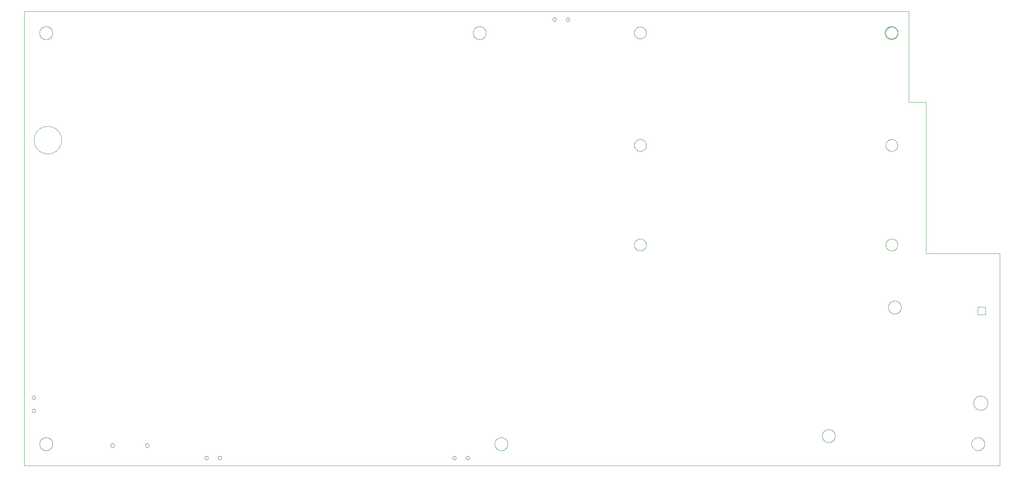
<source format=gbo>
G75*
%MOIN*%
%OFA0B0*%
%FSLAX25Y25*%
%IPPOS*%
%LPD*%
%AMOC8*
5,1,8,0,0,1.08239X$1,22.5*
%
%ADD10C,0.00000*%
%ADD11C,0.00100*%
D10*
X0010114Y0013500D02*
X0010114Y0426886D01*
X0813264Y0426886D01*
X0813264Y0344209D01*
X0829012Y0344209D01*
X0829012Y0206413D01*
X0895941Y0206413D01*
X0895941Y0013500D01*
X0010114Y0013500D01*
X0023893Y0033185D02*
X0023895Y0033338D01*
X0023901Y0033492D01*
X0023911Y0033645D01*
X0023925Y0033797D01*
X0023943Y0033950D01*
X0023965Y0034101D01*
X0023990Y0034252D01*
X0024020Y0034403D01*
X0024054Y0034553D01*
X0024091Y0034701D01*
X0024132Y0034849D01*
X0024177Y0034995D01*
X0024226Y0035141D01*
X0024279Y0035285D01*
X0024335Y0035427D01*
X0024395Y0035568D01*
X0024459Y0035708D01*
X0024526Y0035846D01*
X0024597Y0035982D01*
X0024672Y0036116D01*
X0024749Y0036248D01*
X0024831Y0036378D01*
X0024915Y0036506D01*
X0025003Y0036632D01*
X0025094Y0036755D01*
X0025188Y0036876D01*
X0025286Y0036994D01*
X0025386Y0037110D01*
X0025490Y0037223D01*
X0025596Y0037334D01*
X0025705Y0037442D01*
X0025817Y0037547D01*
X0025931Y0037648D01*
X0026049Y0037747D01*
X0026168Y0037843D01*
X0026290Y0037936D01*
X0026415Y0038025D01*
X0026542Y0038112D01*
X0026671Y0038194D01*
X0026802Y0038274D01*
X0026935Y0038350D01*
X0027070Y0038423D01*
X0027207Y0038492D01*
X0027346Y0038557D01*
X0027486Y0038619D01*
X0027628Y0038677D01*
X0027771Y0038732D01*
X0027916Y0038783D01*
X0028062Y0038830D01*
X0028209Y0038873D01*
X0028357Y0038912D01*
X0028506Y0038948D01*
X0028656Y0038979D01*
X0028807Y0039007D01*
X0028958Y0039031D01*
X0029111Y0039051D01*
X0029263Y0039067D01*
X0029416Y0039079D01*
X0029569Y0039087D01*
X0029722Y0039091D01*
X0029876Y0039091D01*
X0030029Y0039087D01*
X0030182Y0039079D01*
X0030335Y0039067D01*
X0030487Y0039051D01*
X0030640Y0039031D01*
X0030791Y0039007D01*
X0030942Y0038979D01*
X0031092Y0038948D01*
X0031241Y0038912D01*
X0031389Y0038873D01*
X0031536Y0038830D01*
X0031682Y0038783D01*
X0031827Y0038732D01*
X0031970Y0038677D01*
X0032112Y0038619D01*
X0032252Y0038557D01*
X0032391Y0038492D01*
X0032528Y0038423D01*
X0032663Y0038350D01*
X0032796Y0038274D01*
X0032927Y0038194D01*
X0033056Y0038112D01*
X0033183Y0038025D01*
X0033308Y0037936D01*
X0033430Y0037843D01*
X0033549Y0037747D01*
X0033667Y0037648D01*
X0033781Y0037547D01*
X0033893Y0037442D01*
X0034002Y0037334D01*
X0034108Y0037223D01*
X0034212Y0037110D01*
X0034312Y0036994D01*
X0034410Y0036876D01*
X0034504Y0036755D01*
X0034595Y0036632D01*
X0034683Y0036506D01*
X0034767Y0036378D01*
X0034849Y0036248D01*
X0034926Y0036116D01*
X0035001Y0035982D01*
X0035072Y0035846D01*
X0035139Y0035708D01*
X0035203Y0035568D01*
X0035263Y0035427D01*
X0035319Y0035285D01*
X0035372Y0035141D01*
X0035421Y0034995D01*
X0035466Y0034849D01*
X0035507Y0034701D01*
X0035544Y0034553D01*
X0035578Y0034403D01*
X0035608Y0034252D01*
X0035633Y0034101D01*
X0035655Y0033950D01*
X0035673Y0033797D01*
X0035687Y0033645D01*
X0035697Y0033492D01*
X0035703Y0033338D01*
X0035705Y0033185D01*
X0035703Y0033032D01*
X0035697Y0032878D01*
X0035687Y0032725D01*
X0035673Y0032573D01*
X0035655Y0032420D01*
X0035633Y0032269D01*
X0035608Y0032118D01*
X0035578Y0031967D01*
X0035544Y0031817D01*
X0035507Y0031669D01*
X0035466Y0031521D01*
X0035421Y0031375D01*
X0035372Y0031229D01*
X0035319Y0031085D01*
X0035263Y0030943D01*
X0035203Y0030802D01*
X0035139Y0030662D01*
X0035072Y0030524D01*
X0035001Y0030388D01*
X0034926Y0030254D01*
X0034849Y0030122D01*
X0034767Y0029992D01*
X0034683Y0029864D01*
X0034595Y0029738D01*
X0034504Y0029615D01*
X0034410Y0029494D01*
X0034312Y0029376D01*
X0034212Y0029260D01*
X0034108Y0029147D01*
X0034002Y0029036D01*
X0033893Y0028928D01*
X0033781Y0028823D01*
X0033667Y0028722D01*
X0033549Y0028623D01*
X0033430Y0028527D01*
X0033308Y0028434D01*
X0033183Y0028345D01*
X0033056Y0028258D01*
X0032927Y0028176D01*
X0032796Y0028096D01*
X0032663Y0028020D01*
X0032528Y0027947D01*
X0032391Y0027878D01*
X0032252Y0027813D01*
X0032112Y0027751D01*
X0031970Y0027693D01*
X0031827Y0027638D01*
X0031682Y0027587D01*
X0031536Y0027540D01*
X0031389Y0027497D01*
X0031241Y0027458D01*
X0031092Y0027422D01*
X0030942Y0027391D01*
X0030791Y0027363D01*
X0030640Y0027339D01*
X0030487Y0027319D01*
X0030335Y0027303D01*
X0030182Y0027291D01*
X0030029Y0027283D01*
X0029876Y0027279D01*
X0029722Y0027279D01*
X0029569Y0027283D01*
X0029416Y0027291D01*
X0029263Y0027303D01*
X0029111Y0027319D01*
X0028958Y0027339D01*
X0028807Y0027363D01*
X0028656Y0027391D01*
X0028506Y0027422D01*
X0028357Y0027458D01*
X0028209Y0027497D01*
X0028062Y0027540D01*
X0027916Y0027587D01*
X0027771Y0027638D01*
X0027628Y0027693D01*
X0027486Y0027751D01*
X0027346Y0027813D01*
X0027207Y0027878D01*
X0027070Y0027947D01*
X0026935Y0028020D01*
X0026802Y0028096D01*
X0026671Y0028176D01*
X0026542Y0028258D01*
X0026415Y0028345D01*
X0026290Y0028434D01*
X0026168Y0028527D01*
X0026049Y0028623D01*
X0025931Y0028722D01*
X0025817Y0028823D01*
X0025705Y0028928D01*
X0025596Y0029036D01*
X0025490Y0029147D01*
X0025386Y0029260D01*
X0025286Y0029376D01*
X0025188Y0029494D01*
X0025094Y0029615D01*
X0025003Y0029738D01*
X0024915Y0029864D01*
X0024831Y0029992D01*
X0024749Y0030122D01*
X0024672Y0030254D01*
X0024597Y0030388D01*
X0024526Y0030524D01*
X0024459Y0030662D01*
X0024395Y0030802D01*
X0024335Y0030943D01*
X0024279Y0031085D01*
X0024226Y0031229D01*
X0024177Y0031375D01*
X0024132Y0031521D01*
X0024091Y0031669D01*
X0024054Y0031817D01*
X0024020Y0031967D01*
X0023990Y0032118D01*
X0023965Y0032269D01*
X0023943Y0032420D01*
X0023925Y0032573D01*
X0023911Y0032725D01*
X0023901Y0032878D01*
X0023895Y0033032D01*
X0023893Y0033185D01*
X0016939Y0063500D02*
X0016941Y0063580D01*
X0016947Y0063659D01*
X0016957Y0063738D01*
X0016971Y0063817D01*
X0016988Y0063895D01*
X0017010Y0063972D01*
X0017035Y0064047D01*
X0017065Y0064121D01*
X0017097Y0064194D01*
X0017134Y0064265D01*
X0017174Y0064334D01*
X0017217Y0064401D01*
X0017264Y0064466D01*
X0017313Y0064528D01*
X0017366Y0064588D01*
X0017422Y0064645D01*
X0017480Y0064700D01*
X0017541Y0064751D01*
X0017605Y0064799D01*
X0017671Y0064844D01*
X0017739Y0064886D01*
X0017809Y0064924D01*
X0017881Y0064958D01*
X0017954Y0064989D01*
X0018029Y0065017D01*
X0018106Y0065040D01*
X0018183Y0065060D01*
X0018261Y0065076D01*
X0018340Y0065088D01*
X0018419Y0065096D01*
X0018499Y0065100D01*
X0018579Y0065100D01*
X0018659Y0065096D01*
X0018738Y0065088D01*
X0018817Y0065076D01*
X0018895Y0065060D01*
X0018972Y0065040D01*
X0019049Y0065017D01*
X0019124Y0064989D01*
X0019197Y0064958D01*
X0019269Y0064924D01*
X0019339Y0064886D01*
X0019407Y0064844D01*
X0019473Y0064799D01*
X0019537Y0064751D01*
X0019598Y0064700D01*
X0019656Y0064645D01*
X0019712Y0064588D01*
X0019765Y0064528D01*
X0019814Y0064466D01*
X0019861Y0064401D01*
X0019904Y0064334D01*
X0019944Y0064265D01*
X0019981Y0064194D01*
X0020013Y0064121D01*
X0020043Y0064047D01*
X0020068Y0063972D01*
X0020090Y0063895D01*
X0020107Y0063817D01*
X0020121Y0063738D01*
X0020131Y0063659D01*
X0020137Y0063580D01*
X0020139Y0063500D01*
X0020137Y0063420D01*
X0020131Y0063341D01*
X0020121Y0063262D01*
X0020107Y0063183D01*
X0020090Y0063105D01*
X0020068Y0063028D01*
X0020043Y0062953D01*
X0020013Y0062879D01*
X0019981Y0062806D01*
X0019944Y0062735D01*
X0019904Y0062666D01*
X0019861Y0062599D01*
X0019814Y0062534D01*
X0019765Y0062472D01*
X0019712Y0062412D01*
X0019656Y0062355D01*
X0019598Y0062300D01*
X0019537Y0062249D01*
X0019473Y0062201D01*
X0019407Y0062156D01*
X0019339Y0062114D01*
X0019269Y0062076D01*
X0019197Y0062042D01*
X0019124Y0062011D01*
X0019049Y0061983D01*
X0018972Y0061960D01*
X0018895Y0061940D01*
X0018817Y0061924D01*
X0018738Y0061912D01*
X0018659Y0061904D01*
X0018579Y0061900D01*
X0018499Y0061900D01*
X0018419Y0061904D01*
X0018340Y0061912D01*
X0018261Y0061924D01*
X0018183Y0061940D01*
X0018106Y0061960D01*
X0018029Y0061983D01*
X0017954Y0062011D01*
X0017881Y0062042D01*
X0017809Y0062076D01*
X0017739Y0062114D01*
X0017671Y0062156D01*
X0017605Y0062201D01*
X0017541Y0062249D01*
X0017480Y0062300D01*
X0017422Y0062355D01*
X0017366Y0062412D01*
X0017313Y0062472D01*
X0017264Y0062534D01*
X0017217Y0062599D01*
X0017174Y0062666D01*
X0017134Y0062735D01*
X0017097Y0062806D01*
X0017065Y0062879D01*
X0017035Y0062953D01*
X0017010Y0063028D01*
X0016988Y0063105D01*
X0016971Y0063183D01*
X0016957Y0063262D01*
X0016947Y0063341D01*
X0016941Y0063420D01*
X0016939Y0063500D01*
X0016939Y0075500D02*
X0016941Y0075580D01*
X0016947Y0075659D01*
X0016957Y0075738D01*
X0016971Y0075817D01*
X0016988Y0075895D01*
X0017010Y0075972D01*
X0017035Y0076047D01*
X0017065Y0076121D01*
X0017097Y0076194D01*
X0017134Y0076265D01*
X0017174Y0076334D01*
X0017217Y0076401D01*
X0017264Y0076466D01*
X0017313Y0076528D01*
X0017366Y0076588D01*
X0017422Y0076645D01*
X0017480Y0076700D01*
X0017541Y0076751D01*
X0017605Y0076799D01*
X0017671Y0076844D01*
X0017739Y0076886D01*
X0017809Y0076924D01*
X0017881Y0076958D01*
X0017954Y0076989D01*
X0018029Y0077017D01*
X0018106Y0077040D01*
X0018183Y0077060D01*
X0018261Y0077076D01*
X0018340Y0077088D01*
X0018419Y0077096D01*
X0018499Y0077100D01*
X0018579Y0077100D01*
X0018659Y0077096D01*
X0018738Y0077088D01*
X0018817Y0077076D01*
X0018895Y0077060D01*
X0018972Y0077040D01*
X0019049Y0077017D01*
X0019124Y0076989D01*
X0019197Y0076958D01*
X0019269Y0076924D01*
X0019339Y0076886D01*
X0019407Y0076844D01*
X0019473Y0076799D01*
X0019537Y0076751D01*
X0019598Y0076700D01*
X0019656Y0076645D01*
X0019712Y0076588D01*
X0019765Y0076528D01*
X0019814Y0076466D01*
X0019861Y0076401D01*
X0019904Y0076334D01*
X0019944Y0076265D01*
X0019981Y0076194D01*
X0020013Y0076121D01*
X0020043Y0076047D01*
X0020068Y0075972D01*
X0020090Y0075895D01*
X0020107Y0075817D01*
X0020121Y0075738D01*
X0020131Y0075659D01*
X0020137Y0075580D01*
X0020139Y0075500D01*
X0020137Y0075420D01*
X0020131Y0075341D01*
X0020121Y0075262D01*
X0020107Y0075183D01*
X0020090Y0075105D01*
X0020068Y0075028D01*
X0020043Y0074953D01*
X0020013Y0074879D01*
X0019981Y0074806D01*
X0019944Y0074735D01*
X0019904Y0074666D01*
X0019861Y0074599D01*
X0019814Y0074534D01*
X0019765Y0074472D01*
X0019712Y0074412D01*
X0019656Y0074355D01*
X0019598Y0074300D01*
X0019537Y0074249D01*
X0019473Y0074201D01*
X0019407Y0074156D01*
X0019339Y0074114D01*
X0019269Y0074076D01*
X0019197Y0074042D01*
X0019124Y0074011D01*
X0019049Y0073983D01*
X0018972Y0073960D01*
X0018895Y0073940D01*
X0018817Y0073924D01*
X0018738Y0073912D01*
X0018659Y0073904D01*
X0018579Y0073900D01*
X0018499Y0073900D01*
X0018419Y0073904D01*
X0018340Y0073912D01*
X0018261Y0073924D01*
X0018183Y0073940D01*
X0018106Y0073960D01*
X0018029Y0073983D01*
X0017954Y0074011D01*
X0017881Y0074042D01*
X0017809Y0074076D01*
X0017739Y0074114D01*
X0017671Y0074156D01*
X0017605Y0074201D01*
X0017541Y0074249D01*
X0017480Y0074300D01*
X0017422Y0074355D01*
X0017366Y0074412D01*
X0017313Y0074472D01*
X0017264Y0074534D01*
X0017217Y0074599D01*
X0017174Y0074666D01*
X0017134Y0074735D01*
X0017097Y0074806D01*
X0017065Y0074879D01*
X0017035Y0074953D01*
X0017010Y0075028D01*
X0016988Y0075105D01*
X0016971Y0075183D01*
X0016957Y0075262D01*
X0016947Y0075341D01*
X0016941Y0075420D01*
X0016939Y0075500D01*
X0088374Y0031972D02*
X0088376Y0032056D01*
X0088382Y0032139D01*
X0088392Y0032222D01*
X0088406Y0032305D01*
X0088423Y0032387D01*
X0088445Y0032468D01*
X0088470Y0032547D01*
X0088499Y0032626D01*
X0088532Y0032703D01*
X0088568Y0032778D01*
X0088608Y0032852D01*
X0088651Y0032924D01*
X0088698Y0032993D01*
X0088748Y0033060D01*
X0088801Y0033125D01*
X0088857Y0033187D01*
X0088915Y0033247D01*
X0088977Y0033304D01*
X0089041Y0033357D01*
X0089108Y0033408D01*
X0089177Y0033455D01*
X0089248Y0033500D01*
X0089321Y0033540D01*
X0089396Y0033577D01*
X0089473Y0033611D01*
X0089551Y0033641D01*
X0089630Y0033667D01*
X0089711Y0033690D01*
X0089793Y0033708D01*
X0089875Y0033723D01*
X0089958Y0033734D01*
X0090041Y0033741D01*
X0090125Y0033744D01*
X0090209Y0033743D01*
X0090292Y0033738D01*
X0090376Y0033729D01*
X0090458Y0033716D01*
X0090540Y0033700D01*
X0090621Y0033679D01*
X0090702Y0033655D01*
X0090780Y0033627D01*
X0090858Y0033595D01*
X0090934Y0033559D01*
X0091008Y0033520D01*
X0091080Y0033478D01*
X0091150Y0033432D01*
X0091218Y0033383D01*
X0091283Y0033331D01*
X0091346Y0033276D01*
X0091406Y0033218D01*
X0091464Y0033157D01*
X0091518Y0033093D01*
X0091570Y0033027D01*
X0091618Y0032959D01*
X0091663Y0032888D01*
X0091704Y0032815D01*
X0091743Y0032741D01*
X0091777Y0032665D01*
X0091808Y0032587D01*
X0091835Y0032508D01*
X0091859Y0032427D01*
X0091878Y0032346D01*
X0091894Y0032264D01*
X0091906Y0032181D01*
X0091914Y0032097D01*
X0091918Y0032014D01*
X0091918Y0031930D01*
X0091914Y0031847D01*
X0091906Y0031763D01*
X0091894Y0031680D01*
X0091878Y0031598D01*
X0091859Y0031517D01*
X0091835Y0031436D01*
X0091808Y0031357D01*
X0091777Y0031279D01*
X0091743Y0031203D01*
X0091704Y0031129D01*
X0091663Y0031056D01*
X0091618Y0030985D01*
X0091570Y0030917D01*
X0091518Y0030851D01*
X0091464Y0030787D01*
X0091406Y0030726D01*
X0091346Y0030668D01*
X0091283Y0030613D01*
X0091218Y0030561D01*
X0091150Y0030512D01*
X0091080Y0030466D01*
X0091008Y0030424D01*
X0090934Y0030385D01*
X0090858Y0030349D01*
X0090780Y0030317D01*
X0090702Y0030289D01*
X0090621Y0030265D01*
X0090540Y0030244D01*
X0090458Y0030228D01*
X0090376Y0030215D01*
X0090292Y0030206D01*
X0090209Y0030201D01*
X0090125Y0030200D01*
X0090041Y0030203D01*
X0089958Y0030210D01*
X0089875Y0030221D01*
X0089793Y0030236D01*
X0089711Y0030254D01*
X0089630Y0030277D01*
X0089551Y0030303D01*
X0089473Y0030333D01*
X0089396Y0030367D01*
X0089321Y0030404D01*
X0089248Y0030444D01*
X0089177Y0030489D01*
X0089108Y0030536D01*
X0089041Y0030587D01*
X0088977Y0030640D01*
X0088915Y0030697D01*
X0088857Y0030757D01*
X0088801Y0030819D01*
X0088748Y0030884D01*
X0088698Y0030951D01*
X0088651Y0031020D01*
X0088608Y0031092D01*
X0088568Y0031166D01*
X0088532Y0031241D01*
X0088499Y0031318D01*
X0088470Y0031397D01*
X0088445Y0031476D01*
X0088423Y0031557D01*
X0088406Y0031639D01*
X0088392Y0031722D01*
X0088382Y0031805D01*
X0088376Y0031888D01*
X0088374Y0031972D01*
X0119870Y0031972D02*
X0119872Y0032056D01*
X0119878Y0032139D01*
X0119888Y0032222D01*
X0119902Y0032305D01*
X0119919Y0032387D01*
X0119941Y0032468D01*
X0119966Y0032547D01*
X0119995Y0032626D01*
X0120028Y0032703D01*
X0120064Y0032778D01*
X0120104Y0032852D01*
X0120147Y0032924D01*
X0120194Y0032993D01*
X0120244Y0033060D01*
X0120297Y0033125D01*
X0120353Y0033187D01*
X0120411Y0033247D01*
X0120473Y0033304D01*
X0120537Y0033357D01*
X0120604Y0033408D01*
X0120673Y0033455D01*
X0120744Y0033500D01*
X0120817Y0033540D01*
X0120892Y0033577D01*
X0120969Y0033611D01*
X0121047Y0033641D01*
X0121126Y0033667D01*
X0121207Y0033690D01*
X0121289Y0033708D01*
X0121371Y0033723D01*
X0121454Y0033734D01*
X0121537Y0033741D01*
X0121621Y0033744D01*
X0121705Y0033743D01*
X0121788Y0033738D01*
X0121872Y0033729D01*
X0121954Y0033716D01*
X0122036Y0033700D01*
X0122117Y0033679D01*
X0122198Y0033655D01*
X0122276Y0033627D01*
X0122354Y0033595D01*
X0122430Y0033559D01*
X0122504Y0033520D01*
X0122576Y0033478D01*
X0122646Y0033432D01*
X0122714Y0033383D01*
X0122779Y0033331D01*
X0122842Y0033276D01*
X0122902Y0033218D01*
X0122960Y0033157D01*
X0123014Y0033093D01*
X0123066Y0033027D01*
X0123114Y0032959D01*
X0123159Y0032888D01*
X0123200Y0032815D01*
X0123239Y0032741D01*
X0123273Y0032665D01*
X0123304Y0032587D01*
X0123331Y0032508D01*
X0123355Y0032427D01*
X0123374Y0032346D01*
X0123390Y0032264D01*
X0123402Y0032181D01*
X0123410Y0032097D01*
X0123414Y0032014D01*
X0123414Y0031930D01*
X0123410Y0031847D01*
X0123402Y0031763D01*
X0123390Y0031680D01*
X0123374Y0031598D01*
X0123355Y0031517D01*
X0123331Y0031436D01*
X0123304Y0031357D01*
X0123273Y0031279D01*
X0123239Y0031203D01*
X0123200Y0031129D01*
X0123159Y0031056D01*
X0123114Y0030985D01*
X0123066Y0030917D01*
X0123014Y0030851D01*
X0122960Y0030787D01*
X0122902Y0030726D01*
X0122842Y0030668D01*
X0122779Y0030613D01*
X0122714Y0030561D01*
X0122646Y0030512D01*
X0122576Y0030466D01*
X0122504Y0030424D01*
X0122430Y0030385D01*
X0122354Y0030349D01*
X0122276Y0030317D01*
X0122198Y0030289D01*
X0122117Y0030265D01*
X0122036Y0030244D01*
X0121954Y0030228D01*
X0121872Y0030215D01*
X0121788Y0030206D01*
X0121705Y0030201D01*
X0121621Y0030200D01*
X0121537Y0030203D01*
X0121454Y0030210D01*
X0121371Y0030221D01*
X0121289Y0030236D01*
X0121207Y0030254D01*
X0121126Y0030277D01*
X0121047Y0030303D01*
X0120969Y0030333D01*
X0120892Y0030367D01*
X0120817Y0030404D01*
X0120744Y0030444D01*
X0120673Y0030489D01*
X0120604Y0030536D01*
X0120537Y0030587D01*
X0120473Y0030640D01*
X0120411Y0030697D01*
X0120353Y0030757D01*
X0120297Y0030819D01*
X0120244Y0030884D01*
X0120194Y0030951D01*
X0120147Y0031020D01*
X0120104Y0031092D01*
X0120064Y0031166D01*
X0120028Y0031241D01*
X0119995Y0031318D01*
X0119966Y0031397D01*
X0119941Y0031476D01*
X0119919Y0031557D01*
X0119902Y0031639D01*
X0119888Y0031722D01*
X0119878Y0031805D01*
X0119872Y0031888D01*
X0119870Y0031972D01*
X0173839Y0020500D02*
X0173841Y0020580D01*
X0173847Y0020659D01*
X0173857Y0020738D01*
X0173871Y0020817D01*
X0173888Y0020895D01*
X0173910Y0020972D01*
X0173935Y0021047D01*
X0173965Y0021121D01*
X0173997Y0021194D01*
X0174034Y0021265D01*
X0174074Y0021334D01*
X0174117Y0021401D01*
X0174164Y0021466D01*
X0174213Y0021528D01*
X0174266Y0021588D01*
X0174322Y0021645D01*
X0174380Y0021700D01*
X0174441Y0021751D01*
X0174505Y0021799D01*
X0174571Y0021844D01*
X0174639Y0021886D01*
X0174709Y0021924D01*
X0174781Y0021958D01*
X0174854Y0021989D01*
X0174929Y0022017D01*
X0175006Y0022040D01*
X0175083Y0022060D01*
X0175161Y0022076D01*
X0175240Y0022088D01*
X0175319Y0022096D01*
X0175399Y0022100D01*
X0175479Y0022100D01*
X0175559Y0022096D01*
X0175638Y0022088D01*
X0175717Y0022076D01*
X0175795Y0022060D01*
X0175872Y0022040D01*
X0175949Y0022017D01*
X0176024Y0021989D01*
X0176097Y0021958D01*
X0176169Y0021924D01*
X0176239Y0021886D01*
X0176307Y0021844D01*
X0176373Y0021799D01*
X0176437Y0021751D01*
X0176498Y0021700D01*
X0176556Y0021645D01*
X0176612Y0021588D01*
X0176665Y0021528D01*
X0176714Y0021466D01*
X0176761Y0021401D01*
X0176804Y0021334D01*
X0176844Y0021265D01*
X0176881Y0021194D01*
X0176913Y0021121D01*
X0176943Y0021047D01*
X0176968Y0020972D01*
X0176990Y0020895D01*
X0177007Y0020817D01*
X0177021Y0020738D01*
X0177031Y0020659D01*
X0177037Y0020580D01*
X0177039Y0020500D01*
X0177037Y0020420D01*
X0177031Y0020341D01*
X0177021Y0020262D01*
X0177007Y0020183D01*
X0176990Y0020105D01*
X0176968Y0020028D01*
X0176943Y0019953D01*
X0176913Y0019879D01*
X0176881Y0019806D01*
X0176844Y0019735D01*
X0176804Y0019666D01*
X0176761Y0019599D01*
X0176714Y0019534D01*
X0176665Y0019472D01*
X0176612Y0019412D01*
X0176556Y0019355D01*
X0176498Y0019300D01*
X0176437Y0019249D01*
X0176373Y0019201D01*
X0176307Y0019156D01*
X0176239Y0019114D01*
X0176169Y0019076D01*
X0176097Y0019042D01*
X0176024Y0019011D01*
X0175949Y0018983D01*
X0175872Y0018960D01*
X0175795Y0018940D01*
X0175717Y0018924D01*
X0175638Y0018912D01*
X0175559Y0018904D01*
X0175479Y0018900D01*
X0175399Y0018900D01*
X0175319Y0018904D01*
X0175240Y0018912D01*
X0175161Y0018924D01*
X0175083Y0018940D01*
X0175006Y0018960D01*
X0174929Y0018983D01*
X0174854Y0019011D01*
X0174781Y0019042D01*
X0174709Y0019076D01*
X0174639Y0019114D01*
X0174571Y0019156D01*
X0174505Y0019201D01*
X0174441Y0019249D01*
X0174380Y0019300D01*
X0174322Y0019355D01*
X0174266Y0019412D01*
X0174213Y0019472D01*
X0174164Y0019534D01*
X0174117Y0019599D01*
X0174074Y0019666D01*
X0174034Y0019735D01*
X0173997Y0019806D01*
X0173965Y0019879D01*
X0173935Y0019953D01*
X0173910Y0020028D01*
X0173888Y0020105D01*
X0173871Y0020183D01*
X0173857Y0020262D01*
X0173847Y0020341D01*
X0173841Y0020420D01*
X0173839Y0020500D01*
X0185839Y0020500D02*
X0185841Y0020580D01*
X0185847Y0020659D01*
X0185857Y0020738D01*
X0185871Y0020817D01*
X0185888Y0020895D01*
X0185910Y0020972D01*
X0185935Y0021047D01*
X0185965Y0021121D01*
X0185997Y0021194D01*
X0186034Y0021265D01*
X0186074Y0021334D01*
X0186117Y0021401D01*
X0186164Y0021466D01*
X0186213Y0021528D01*
X0186266Y0021588D01*
X0186322Y0021645D01*
X0186380Y0021700D01*
X0186441Y0021751D01*
X0186505Y0021799D01*
X0186571Y0021844D01*
X0186639Y0021886D01*
X0186709Y0021924D01*
X0186781Y0021958D01*
X0186854Y0021989D01*
X0186929Y0022017D01*
X0187006Y0022040D01*
X0187083Y0022060D01*
X0187161Y0022076D01*
X0187240Y0022088D01*
X0187319Y0022096D01*
X0187399Y0022100D01*
X0187479Y0022100D01*
X0187559Y0022096D01*
X0187638Y0022088D01*
X0187717Y0022076D01*
X0187795Y0022060D01*
X0187872Y0022040D01*
X0187949Y0022017D01*
X0188024Y0021989D01*
X0188097Y0021958D01*
X0188169Y0021924D01*
X0188239Y0021886D01*
X0188307Y0021844D01*
X0188373Y0021799D01*
X0188437Y0021751D01*
X0188498Y0021700D01*
X0188556Y0021645D01*
X0188612Y0021588D01*
X0188665Y0021528D01*
X0188714Y0021466D01*
X0188761Y0021401D01*
X0188804Y0021334D01*
X0188844Y0021265D01*
X0188881Y0021194D01*
X0188913Y0021121D01*
X0188943Y0021047D01*
X0188968Y0020972D01*
X0188990Y0020895D01*
X0189007Y0020817D01*
X0189021Y0020738D01*
X0189031Y0020659D01*
X0189037Y0020580D01*
X0189039Y0020500D01*
X0189037Y0020420D01*
X0189031Y0020341D01*
X0189021Y0020262D01*
X0189007Y0020183D01*
X0188990Y0020105D01*
X0188968Y0020028D01*
X0188943Y0019953D01*
X0188913Y0019879D01*
X0188881Y0019806D01*
X0188844Y0019735D01*
X0188804Y0019666D01*
X0188761Y0019599D01*
X0188714Y0019534D01*
X0188665Y0019472D01*
X0188612Y0019412D01*
X0188556Y0019355D01*
X0188498Y0019300D01*
X0188437Y0019249D01*
X0188373Y0019201D01*
X0188307Y0019156D01*
X0188239Y0019114D01*
X0188169Y0019076D01*
X0188097Y0019042D01*
X0188024Y0019011D01*
X0187949Y0018983D01*
X0187872Y0018960D01*
X0187795Y0018940D01*
X0187717Y0018924D01*
X0187638Y0018912D01*
X0187559Y0018904D01*
X0187479Y0018900D01*
X0187399Y0018900D01*
X0187319Y0018904D01*
X0187240Y0018912D01*
X0187161Y0018924D01*
X0187083Y0018940D01*
X0187006Y0018960D01*
X0186929Y0018983D01*
X0186854Y0019011D01*
X0186781Y0019042D01*
X0186709Y0019076D01*
X0186639Y0019114D01*
X0186571Y0019156D01*
X0186505Y0019201D01*
X0186441Y0019249D01*
X0186380Y0019300D01*
X0186322Y0019355D01*
X0186266Y0019412D01*
X0186213Y0019472D01*
X0186164Y0019534D01*
X0186117Y0019599D01*
X0186074Y0019666D01*
X0186034Y0019735D01*
X0185997Y0019806D01*
X0185965Y0019879D01*
X0185935Y0019953D01*
X0185910Y0020028D01*
X0185888Y0020105D01*
X0185871Y0020183D01*
X0185857Y0020262D01*
X0185847Y0020341D01*
X0185841Y0020420D01*
X0185839Y0020500D01*
X0398939Y0020500D02*
X0398941Y0020580D01*
X0398947Y0020659D01*
X0398957Y0020738D01*
X0398971Y0020817D01*
X0398988Y0020895D01*
X0399010Y0020972D01*
X0399035Y0021047D01*
X0399065Y0021121D01*
X0399097Y0021194D01*
X0399134Y0021265D01*
X0399174Y0021334D01*
X0399217Y0021401D01*
X0399264Y0021466D01*
X0399313Y0021528D01*
X0399366Y0021588D01*
X0399422Y0021645D01*
X0399480Y0021700D01*
X0399541Y0021751D01*
X0399605Y0021799D01*
X0399671Y0021844D01*
X0399739Y0021886D01*
X0399809Y0021924D01*
X0399881Y0021958D01*
X0399954Y0021989D01*
X0400029Y0022017D01*
X0400106Y0022040D01*
X0400183Y0022060D01*
X0400261Y0022076D01*
X0400340Y0022088D01*
X0400419Y0022096D01*
X0400499Y0022100D01*
X0400579Y0022100D01*
X0400659Y0022096D01*
X0400738Y0022088D01*
X0400817Y0022076D01*
X0400895Y0022060D01*
X0400972Y0022040D01*
X0401049Y0022017D01*
X0401124Y0021989D01*
X0401197Y0021958D01*
X0401269Y0021924D01*
X0401339Y0021886D01*
X0401407Y0021844D01*
X0401473Y0021799D01*
X0401537Y0021751D01*
X0401598Y0021700D01*
X0401656Y0021645D01*
X0401712Y0021588D01*
X0401765Y0021528D01*
X0401814Y0021466D01*
X0401861Y0021401D01*
X0401904Y0021334D01*
X0401944Y0021265D01*
X0401981Y0021194D01*
X0402013Y0021121D01*
X0402043Y0021047D01*
X0402068Y0020972D01*
X0402090Y0020895D01*
X0402107Y0020817D01*
X0402121Y0020738D01*
X0402131Y0020659D01*
X0402137Y0020580D01*
X0402139Y0020500D01*
X0402137Y0020420D01*
X0402131Y0020341D01*
X0402121Y0020262D01*
X0402107Y0020183D01*
X0402090Y0020105D01*
X0402068Y0020028D01*
X0402043Y0019953D01*
X0402013Y0019879D01*
X0401981Y0019806D01*
X0401944Y0019735D01*
X0401904Y0019666D01*
X0401861Y0019599D01*
X0401814Y0019534D01*
X0401765Y0019472D01*
X0401712Y0019412D01*
X0401656Y0019355D01*
X0401598Y0019300D01*
X0401537Y0019249D01*
X0401473Y0019201D01*
X0401407Y0019156D01*
X0401339Y0019114D01*
X0401269Y0019076D01*
X0401197Y0019042D01*
X0401124Y0019011D01*
X0401049Y0018983D01*
X0400972Y0018960D01*
X0400895Y0018940D01*
X0400817Y0018924D01*
X0400738Y0018912D01*
X0400659Y0018904D01*
X0400579Y0018900D01*
X0400499Y0018900D01*
X0400419Y0018904D01*
X0400340Y0018912D01*
X0400261Y0018924D01*
X0400183Y0018940D01*
X0400106Y0018960D01*
X0400029Y0018983D01*
X0399954Y0019011D01*
X0399881Y0019042D01*
X0399809Y0019076D01*
X0399739Y0019114D01*
X0399671Y0019156D01*
X0399605Y0019201D01*
X0399541Y0019249D01*
X0399480Y0019300D01*
X0399422Y0019355D01*
X0399366Y0019412D01*
X0399313Y0019472D01*
X0399264Y0019534D01*
X0399217Y0019599D01*
X0399174Y0019666D01*
X0399134Y0019735D01*
X0399097Y0019806D01*
X0399065Y0019879D01*
X0399035Y0019953D01*
X0399010Y0020028D01*
X0398988Y0020105D01*
X0398971Y0020183D01*
X0398957Y0020262D01*
X0398947Y0020341D01*
X0398941Y0020420D01*
X0398939Y0020500D01*
X0410939Y0020500D02*
X0410941Y0020580D01*
X0410947Y0020659D01*
X0410957Y0020738D01*
X0410971Y0020817D01*
X0410988Y0020895D01*
X0411010Y0020972D01*
X0411035Y0021047D01*
X0411065Y0021121D01*
X0411097Y0021194D01*
X0411134Y0021265D01*
X0411174Y0021334D01*
X0411217Y0021401D01*
X0411264Y0021466D01*
X0411313Y0021528D01*
X0411366Y0021588D01*
X0411422Y0021645D01*
X0411480Y0021700D01*
X0411541Y0021751D01*
X0411605Y0021799D01*
X0411671Y0021844D01*
X0411739Y0021886D01*
X0411809Y0021924D01*
X0411881Y0021958D01*
X0411954Y0021989D01*
X0412029Y0022017D01*
X0412106Y0022040D01*
X0412183Y0022060D01*
X0412261Y0022076D01*
X0412340Y0022088D01*
X0412419Y0022096D01*
X0412499Y0022100D01*
X0412579Y0022100D01*
X0412659Y0022096D01*
X0412738Y0022088D01*
X0412817Y0022076D01*
X0412895Y0022060D01*
X0412972Y0022040D01*
X0413049Y0022017D01*
X0413124Y0021989D01*
X0413197Y0021958D01*
X0413269Y0021924D01*
X0413339Y0021886D01*
X0413407Y0021844D01*
X0413473Y0021799D01*
X0413537Y0021751D01*
X0413598Y0021700D01*
X0413656Y0021645D01*
X0413712Y0021588D01*
X0413765Y0021528D01*
X0413814Y0021466D01*
X0413861Y0021401D01*
X0413904Y0021334D01*
X0413944Y0021265D01*
X0413981Y0021194D01*
X0414013Y0021121D01*
X0414043Y0021047D01*
X0414068Y0020972D01*
X0414090Y0020895D01*
X0414107Y0020817D01*
X0414121Y0020738D01*
X0414131Y0020659D01*
X0414137Y0020580D01*
X0414139Y0020500D01*
X0414137Y0020420D01*
X0414131Y0020341D01*
X0414121Y0020262D01*
X0414107Y0020183D01*
X0414090Y0020105D01*
X0414068Y0020028D01*
X0414043Y0019953D01*
X0414013Y0019879D01*
X0413981Y0019806D01*
X0413944Y0019735D01*
X0413904Y0019666D01*
X0413861Y0019599D01*
X0413814Y0019534D01*
X0413765Y0019472D01*
X0413712Y0019412D01*
X0413656Y0019355D01*
X0413598Y0019300D01*
X0413537Y0019249D01*
X0413473Y0019201D01*
X0413407Y0019156D01*
X0413339Y0019114D01*
X0413269Y0019076D01*
X0413197Y0019042D01*
X0413124Y0019011D01*
X0413049Y0018983D01*
X0412972Y0018960D01*
X0412895Y0018940D01*
X0412817Y0018924D01*
X0412738Y0018912D01*
X0412659Y0018904D01*
X0412579Y0018900D01*
X0412499Y0018900D01*
X0412419Y0018904D01*
X0412340Y0018912D01*
X0412261Y0018924D01*
X0412183Y0018940D01*
X0412106Y0018960D01*
X0412029Y0018983D01*
X0411954Y0019011D01*
X0411881Y0019042D01*
X0411809Y0019076D01*
X0411739Y0019114D01*
X0411671Y0019156D01*
X0411605Y0019201D01*
X0411541Y0019249D01*
X0411480Y0019300D01*
X0411422Y0019355D01*
X0411366Y0019412D01*
X0411313Y0019472D01*
X0411264Y0019534D01*
X0411217Y0019599D01*
X0411174Y0019666D01*
X0411134Y0019735D01*
X0411097Y0019806D01*
X0411065Y0019879D01*
X0411035Y0019953D01*
X0411010Y0020028D01*
X0410988Y0020105D01*
X0410971Y0020183D01*
X0410957Y0020262D01*
X0410947Y0020341D01*
X0410941Y0020420D01*
X0410939Y0020500D01*
X0437279Y0033185D02*
X0437281Y0033338D01*
X0437287Y0033492D01*
X0437297Y0033645D01*
X0437311Y0033797D01*
X0437329Y0033950D01*
X0437351Y0034101D01*
X0437376Y0034252D01*
X0437406Y0034403D01*
X0437440Y0034553D01*
X0437477Y0034701D01*
X0437518Y0034849D01*
X0437563Y0034995D01*
X0437612Y0035141D01*
X0437665Y0035285D01*
X0437721Y0035427D01*
X0437781Y0035568D01*
X0437845Y0035708D01*
X0437912Y0035846D01*
X0437983Y0035982D01*
X0438058Y0036116D01*
X0438135Y0036248D01*
X0438217Y0036378D01*
X0438301Y0036506D01*
X0438389Y0036632D01*
X0438480Y0036755D01*
X0438574Y0036876D01*
X0438672Y0036994D01*
X0438772Y0037110D01*
X0438876Y0037223D01*
X0438982Y0037334D01*
X0439091Y0037442D01*
X0439203Y0037547D01*
X0439317Y0037648D01*
X0439435Y0037747D01*
X0439554Y0037843D01*
X0439676Y0037936D01*
X0439801Y0038025D01*
X0439928Y0038112D01*
X0440057Y0038194D01*
X0440188Y0038274D01*
X0440321Y0038350D01*
X0440456Y0038423D01*
X0440593Y0038492D01*
X0440732Y0038557D01*
X0440872Y0038619D01*
X0441014Y0038677D01*
X0441157Y0038732D01*
X0441302Y0038783D01*
X0441448Y0038830D01*
X0441595Y0038873D01*
X0441743Y0038912D01*
X0441892Y0038948D01*
X0442042Y0038979D01*
X0442193Y0039007D01*
X0442344Y0039031D01*
X0442497Y0039051D01*
X0442649Y0039067D01*
X0442802Y0039079D01*
X0442955Y0039087D01*
X0443108Y0039091D01*
X0443262Y0039091D01*
X0443415Y0039087D01*
X0443568Y0039079D01*
X0443721Y0039067D01*
X0443873Y0039051D01*
X0444026Y0039031D01*
X0444177Y0039007D01*
X0444328Y0038979D01*
X0444478Y0038948D01*
X0444627Y0038912D01*
X0444775Y0038873D01*
X0444922Y0038830D01*
X0445068Y0038783D01*
X0445213Y0038732D01*
X0445356Y0038677D01*
X0445498Y0038619D01*
X0445638Y0038557D01*
X0445777Y0038492D01*
X0445914Y0038423D01*
X0446049Y0038350D01*
X0446182Y0038274D01*
X0446313Y0038194D01*
X0446442Y0038112D01*
X0446569Y0038025D01*
X0446694Y0037936D01*
X0446816Y0037843D01*
X0446935Y0037747D01*
X0447053Y0037648D01*
X0447167Y0037547D01*
X0447279Y0037442D01*
X0447388Y0037334D01*
X0447494Y0037223D01*
X0447598Y0037110D01*
X0447698Y0036994D01*
X0447796Y0036876D01*
X0447890Y0036755D01*
X0447981Y0036632D01*
X0448069Y0036506D01*
X0448153Y0036378D01*
X0448235Y0036248D01*
X0448312Y0036116D01*
X0448387Y0035982D01*
X0448458Y0035846D01*
X0448525Y0035708D01*
X0448589Y0035568D01*
X0448649Y0035427D01*
X0448705Y0035285D01*
X0448758Y0035141D01*
X0448807Y0034995D01*
X0448852Y0034849D01*
X0448893Y0034701D01*
X0448930Y0034553D01*
X0448964Y0034403D01*
X0448994Y0034252D01*
X0449019Y0034101D01*
X0449041Y0033950D01*
X0449059Y0033797D01*
X0449073Y0033645D01*
X0449083Y0033492D01*
X0449089Y0033338D01*
X0449091Y0033185D01*
X0449089Y0033032D01*
X0449083Y0032878D01*
X0449073Y0032725D01*
X0449059Y0032573D01*
X0449041Y0032420D01*
X0449019Y0032269D01*
X0448994Y0032118D01*
X0448964Y0031967D01*
X0448930Y0031817D01*
X0448893Y0031669D01*
X0448852Y0031521D01*
X0448807Y0031375D01*
X0448758Y0031229D01*
X0448705Y0031085D01*
X0448649Y0030943D01*
X0448589Y0030802D01*
X0448525Y0030662D01*
X0448458Y0030524D01*
X0448387Y0030388D01*
X0448312Y0030254D01*
X0448235Y0030122D01*
X0448153Y0029992D01*
X0448069Y0029864D01*
X0447981Y0029738D01*
X0447890Y0029615D01*
X0447796Y0029494D01*
X0447698Y0029376D01*
X0447598Y0029260D01*
X0447494Y0029147D01*
X0447388Y0029036D01*
X0447279Y0028928D01*
X0447167Y0028823D01*
X0447053Y0028722D01*
X0446935Y0028623D01*
X0446816Y0028527D01*
X0446694Y0028434D01*
X0446569Y0028345D01*
X0446442Y0028258D01*
X0446313Y0028176D01*
X0446182Y0028096D01*
X0446049Y0028020D01*
X0445914Y0027947D01*
X0445777Y0027878D01*
X0445638Y0027813D01*
X0445498Y0027751D01*
X0445356Y0027693D01*
X0445213Y0027638D01*
X0445068Y0027587D01*
X0444922Y0027540D01*
X0444775Y0027497D01*
X0444627Y0027458D01*
X0444478Y0027422D01*
X0444328Y0027391D01*
X0444177Y0027363D01*
X0444026Y0027339D01*
X0443873Y0027319D01*
X0443721Y0027303D01*
X0443568Y0027291D01*
X0443415Y0027283D01*
X0443262Y0027279D01*
X0443108Y0027279D01*
X0442955Y0027283D01*
X0442802Y0027291D01*
X0442649Y0027303D01*
X0442497Y0027319D01*
X0442344Y0027339D01*
X0442193Y0027363D01*
X0442042Y0027391D01*
X0441892Y0027422D01*
X0441743Y0027458D01*
X0441595Y0027497D01*
X0441448Y0027540D01*
X0441302Y0027587D01*
X0441157Y0027638D01*
X0441014Y0027693D01*
X0440872Y0027751D01*
X0440732Y0027813D01*
X0440593Y0027878D01*
X0440456Y0027947D01*
X0440321Y0028020D01*
X0440188Y0028096D01*
X0440057Y0028176D01*
X0439928Y0028258D01*
X0439801Y0028345D01*
X0439676Y0028434D01*
X0439554Y0028527D01*
X0439435Y0028623D01*
X0439317Y0028722D01*
X0439203Y0028823D01*
X0439091Y0028928D01*
X0438982Y0029036D01*
X0438876Y0029147D01*
X0438772Y0029260D01*
X0438672Y0029376D01*
X0438574Y0029494D01*
X0438480Y0029615D01*
X0438389Y0029738D01*
X0438301Y0029864D01*
X0438217Y0029992D01*
X0438135Y0030122D01*
X0438058Y0030254D01*
X0437983Y0030388D01*
X0437912Y0030524D01*
X0437845Y0030662D01*
X0437781Y0030802D01*
X0437721Y0030943D01*
X0437665Y0031085D01*
X0437612Y0031229D01*
X0437563Y0031375D01*
X0437518Y0031521D01*
X0437477Y0031669D01*
X0437440Y0031817D01*
X0437406Y0031967D01*
X0437376Y0032118D01*
X0437351Y0032269D01*
X0437329Y0032420D01*
X0437311Y0032573D01*
X0437297Y0032725D01*
X0437287Y0032878D01*
X0437281Y0033032D01*
X0437279Y0033185D01*
X0734633Y0040500D02*
X0734635Y0040653D01*
X0734641Y0040807D01*
X0734651Y0040960D01*
X0734665Y0041112D01*
X0734683Y0041265D01*
X0734705Y0041416D01*
X0734730Y0041567D01*
X0734760Y0041718D01*
X0734794Y0041868D01*
X0734831Y0042016D01*
X0734872Y0042164D01*
X0734917Y0042310D01*
X0734966Y0042456D01*
X0735019Y0042600D01*
X0735075Y0042742D01*
X0735135Y0042883D01*
X0735199Y0043023D01*
X0735266Y0043161D01*
X0735337Y0043297D01*
X0735412Y0043431D01*
X0735489Y0043563D01*
X0735571Y0043693D01*
X0735655Y0043821D01*
X0735743Y0043947D01*
X0735834Y0044070D01*
X0735928Y0044191D01*
X0736026Y0044309D01*
X0736126Y0044425D01*
X0736230Y0044538D01*
X0736336Y0044649D01*
X0736445Y0044757D01*
X0736557Y0044862D01*
X0736671Y0044963D01*
X0736789Y0045062D01*
X0736908Y0045158D01*
X0737030Y0045251D01*
X0737155Y0045340D01*
X0737282Y0045427D01*
X0737411Y0045509D01*
X0737542Y0045589D01*
X0737675Y0045665D01*
X0737810Y0045738D01*
X0737947Y0045807D01*
X0738086Y0045872D01*
X0738226Y0045934D01*
X0738368Y0045992D01*
X0738511Y0046047D01*
X0738656Y0046098D01*
X0738802Y0046145D01*
X0738949Y0046188D01*
X0739097Y0046227D01*
X0739246Y0046263D01*
X0739396Y0046294D01*
X0739547Y0046322D01*
X0739698Y0046346D01*
X0739851Y0046366D01*
X0740003Y0046382D01*
X0740156Y0046394D01*
X0740309Y0046402D01*
X0740462Y0046406D01*
X0740616Y0046406D01*
X0740769Y0046402D01*
X0740922Y0046394D01*
X0741075Y0046382D01*
X0741227Y0046366D01*
X0741380Y0046346D01*
X0741531Y0046322D01*
X0741682Y0046294D01*
X0741832Y0046263D01*
X0741981Y0046227D01*
X0742129Y0046188D01*
X0742276Y0046145D01*
X0742422Y0046098D01*
X0742567Y0046047D01*
X0742710Y0045992D01*
X0742852Y0045934D01*
X0742992Y0045872D01*
X0743131Y0045807D01*
X0743268Y0045738D01*
X0743403Y0045665D01*
X0743536Y0045589D01*
X0743667Y0045509D01*
X0743796Y0045427D01*
X0743923Y0045340D01*
X0744048Y0045251D01*
X0744170Y0045158D01*
X0744289Y0045062D01*
X0744407Y0044963D01*
X0744521Y0044862D01*
X0744633Y0044757D01*
X0744742Y0044649D01*
X0744848Y0044538D01*
X0744952Y0044425D01*
X0745052Y0044309D01*
X0745150Y0044191D01*
X0745244Y0044070D01*
X0745335Y0043947D01*
X0745423Y0043821D01*
X0745507Y0043693D01*
X0745589Y0043563D01*
X0745666Y0043431D01*
X0745741Y0043297D01*
X0745812Y0043161D01*
X0745879Y0043023D01*
X0745943Y0042883D01*
X0746003Y0042742D01*
X0746059Y0042600D01*
X0746112Y0042456D01*
X0746161Y0042310D01*
X0746206Y0042164D01*
X0746247Y0042016D01*
X0746284Y0041868D01*
X0746318Y0041718D01*
X0746348Y0041567D01*
X0746373Y0041416D01*
X0746395Y0041265D01*
X0746413Y0041112D01*
X0746427Y0040960D01*
X0746437Y0040807D01*
X0746443Y0040653D01*
X0746445Y0040500D01*
X0746443Y0040347D01*
X0746437Y0040193D01*
X0746427Y0040040D01*
X0746413Y0039888D01*
X0746395Y0039735D01*
X0746373Y0039584D01*
X0746348Y0039433D01*
X0746318Y0039282D01*
X0746284Y0039132D01*
X0746247Y0038984D01*
X0746206Y0038836D01*
X0746161Y0038690D01*
X0746112Y0038544D01*
X0746059Y0038400D01*
X0746003Y0038258D01*
X0745943Y0038117D01*
X0745879Y0037977D01*
X0745812Y0037839D01*
X0745741Y0037703D01*
X0745666Y0037569D01*
X0745589Y0037437D01*
X0745507Y0037307D01*
X0745423Y0037179D01*
X0745335Y0037053D01*
X0745244Y0036930D01*
X0745150Y0036809D01*
X0745052Y0036691D01*
X0744952Y0036575D01*
X0744848Y0036462D01*
X0744742Y0036351D01*
X0744633Y0036243D01*
X0744521Y0036138D01*
X0744407Y0036037D01*
X0744289Y0035938D01*
X0744170Y0035842D01*
X0744048Y0035749D01*
X0743923Y0035660D01*
X0743796Y0035573D01*
X0743667Y0035491D01*
X0743536Y0035411D01*
X0743403Y0035335D01*
X0743268Y0035262D01*
X0743131Y0035193D01*
X0742992Y0035128D01*
X0742852Y0035066D01*
X0742710Y0035008D01*
X0742567Y0034953D01*
X0742422Y0034902D01*
X0742276Y0034855D01*
X0742129Y0034812D01*
X0741981Y0034773D01*
X0741832Y0034737D01*
X0741682Y0034706D01*
X0741531Y0034678D01*
X0741380Y0034654D01*
X0741227Y0034634D01*
X0741075Y0034618D01*
X0740922Y0034606D01*
X0740769Y0034598D01*
X0740616Y0034594D01*
X0740462Y0034594D01*
X0740309Y0034598D01*
X0740156Y0034606D01*
X0740003Y0034618D01*
X0739851Y0034634D01*
X0739698Y0034654D01*
X0739547Y0034678D01*
X0739396Y0034706D01*
X0739246Y0034737D01*
X0739097Y0034773D01*
X0738949Y0034812D01*
X0738802Y0034855D01*
X0738656Y0034902D01*
X0738511Y0034953D01*
X0738368Y0035008D01*
X0738226Y0035066D01*
X0738086Y0035128D01*
X0737947Y0035193D01*
X0737810Y0035262D01*
X0737675Y0035335D01*
X0737542Y0035411D01*
X0737411Y0035491D01*
X0737282Y0035573D01*
X0737155Y0035660D01*
X0737030Y0035749D01*
X0736908Y0035842D01*
X0736789Y0035938D01*
X0736671Y0036037D01*
X0736557Y0036138D01*
X0736445Y0036243D01*
X0736336Y0036351D01*
X0736230Y0036462D01*
X0736126Y0036575D01*
X0736026Y0036691D01*
X0735928Y0036809D01*
X0735834Y0036930D01*
X0735743Y0037053D01*
X0735655Y0037179D01*
X0735571Y0037307D01*
X0735489Y0037437D01*
X0735412Y0037569D01*
X0735337Y0037703D01*
X0735266Y0037839D01*
X0735199Y0037977D01*
X0735135Y0038117D01*
X0735075Y0038258D01*
X0735019Y0038400D01*
X0734966Y0038544D01*
X0734917Y0038690D01*
X0734872Y0038836D01*
X0734831Y0038984D01*
X0734794Y0039132D01*
X0734760Y0039282D01*
X0734730Y0039433D01*
X0734705Y0039584D01*
X0734683Y0039735D01*
X0734665Y0039888D01*
X0734651Y0040040D01*
X0734641Y0040193D01*
X0734635Y0040347D01*
X0734633Y0040500D01*
X0870350Y0033185D02*
X0870352Y0033338D01*
X0870358Y0033492D01*
X0870368Y0033645D01*
X0870382Y0033797D01*
X0870400Y0033950D01*
X0870422Y0034101D01*
X0870447Y0034252D01*
X0870477Y0034403D01*
X0870511Y0034553D01*
X0870548Y0034701D01*
X0870589Y0034849D01*
X0870634Y0034995D01*
X0870683Y0035141D01*
X0870736Y0035285D01*
X0870792Y0035427D01*
X0870852Y0035568D01*
X0870916Y0035708D01*
X0870983Y0035846D01*
X0871054Y0035982D01*
X0871129Y0036116D01*
X0871206Y0036248D01*
X0871288Y0036378D01*
X0871372Y0036506D01*
X0871460Y0036632D01*
X0871551Y0036755D01*
X0871645Y0036876D01*
X0871743Y0036994D01*
X0871843Y0037110D01*
X0871947Y0037223D01*
X0872053Y0037334D01*
X0872162Y0037442D01*
X0872274Y0037547D01*
X0872388Y0037648D01*
X0872506Y0037747D01*
X0872625Y0037843D01*
X0872747Y0037936D01*
X0872872Y0038025D01*
X0872999Y0038112D01*
X0873128Y0038194D01*
X0873259Y0038274D01*
X0873392Y0038350D01*
X0873527Y0038423D01*
X0873664Y0038492D01*
X0873803Y0038557D01*
X0873943Y0038619D01*
X0874085Y0038677D01*
X0874228Y0038732D01*
X0874373Y0038783D01*
X0874519Y0038830D01*
X0874666Y0038873D01*
X0874814Y0038912D01*
X0874963Y0038948D01*
X0875113Y0038979D01*
X0875264Y0039007D01*
X0875415Y0039031D01*
X0875568Y0039051D01*
X0875720Y0039067D01*
X0875873Y0039079D01*
X0876026Y0039087D01*
X0876179Y0039091D01*
X0876333Y0039091D01*
X0876486Y0039087D01*
X0876639Y0039079D01*
X0876792Y0039067D01*
X0876944Y0039051D01*
X0877097Y0039031D01*
X0877248Y0039007D01*
X0877399Y0038979D01*
X0877549Y0038948D01*
X0877698Y0038912D01*
X0877846Y0038873D01*
X0877993Y0038830D01*
X0878139Y0038783D01*
X0878284Y0038732D01*
X0878427Y0038677D01*
X0878569Y0038619D01*
X0878709Y0038557D01*
X0878848Y0038492D01*
X0878985Y0038423D01*
X0879120Y0038350D01*
X0879253Y0038274D01*
X0879384Y0038194D01*
X0879513Y0038112D01*
X0879640Y0038025D01*
X0879765Y0037936D01*
X0879887Y0037843D01*
X0880006Y0037747D01*
X0880124Y0037648D01*
X0880238Y0037547D01*
X0880350Y0037442D01*
X0880459Y0037334D01*
X0880565Y0037223D01*
X0880669Y0037110D01*
X0880769Y0036994D01*
X0880867Y0036876D01*
X0880961Y0036755D01*
X0881052Y0036632D01*
X0881140Y0036506D01*
X0881224Y0036378D01*
X0881306Y0036248D01*
X0881383Y0036116D01*
X0881458Y0035982D01*
X0881529Y0035846D01*
X0881596Y0035708D01*
X0881660Y0035568D01*
X0881720Y0035427D01*
X0881776Y0035285D01*
X0881829Y0035141D01*
X0881878Y0034995D01*
X0881923Y0034849D01*
X0881964Y0034701D01*
X0882001Y0034553D01*
X0882035Y0034403D01*
X0882065Y0034252D01*
X0882090Y0034101D01*
X0882112Y0033950D01*
X0882130Y0033797D01*
X0882144Y0033645D01*
X0882154Y0033492D01*
X0882160Y0033338D01*
X0882162Y0033185D01*
X0882160Y0033032D01*
X0882154Y0032878D01*
X0882144Y0032725D01*
X0882130Y0032573D01*
X0882112Y0032420D01*
X0882090Y0032269D01*
X0882065Y0032118D01*
X0882035Y0031967D01*
X0882001Y0031817D01*
X0881964Y0031669D01*
X0881923Y0031521D01*
X0881878Y0031375D01*
X0881829Y0031229D01*
X0881776Y0031085D01*
X0881720Y0030943D01*
X0881660Y0030802D01*
X0881596Y0030662D01*
X0881529Y0030524D01*
X0881458Y0030388D01*
X0881383Y0030254D01*
X0881306Y0030122D01*
X0881224Y0029992D01*
X0881140Y0029864D01*
X0881052Y0029738D01*
X0880961Y0029615D01*
X0880867Y0029494D01*
X0880769Y0029376D01*
X0880669Y0029260D01*
X0880565Y0029147D01*
X0880459Y0029036D01*
X0880350Y0028928D01*
X0880238Y0028823D01*
X0880124Y0028722D01*
X0880006Y0028623D01*
X0879887Y0028527D01*
X0879765Y0028434D01*
X0879640Y0028345D01*
X0879513Y0028258D01*
X0879384Y0028176D01*
X0879253Y0028096D01*
X0879120Y0028020D01*
X0878985Y0027947D01*
X0878848Y0027878D01*
X0878709Y0027813D01*
X0878569Y0027751D01*
X0878427Y0027693D01*
X0878284Y0027638D01*
X0878139Y0027587D01*
X0877993Y0027540D01*
X0877846Y0027497D01*
X0877698Y0027458D01*
X0877549Y0027422D01*
X0877399Y0027391D01*
X0877248Y0027363D01*
X0877097Y0027339D01*
X0876944Y0027319D01*
X0876792Y0027303D01*
X0876639Y0027291D01*
X0876486Y0027283D01*
X0876333Y0027279D01*
X0876179Y0027279D01*
X0876026Y0027283D01*
X0875873Y0027291D01*
X0875720Y0027303D01*
X0875568Y0027319D01*
X0875415Y0027339D01*
X0875264Y0027363D01*
X0875113Y0027391D01*
X0874963Y0027422D01*
X0874814Y0027458D01*
X0874666Y0027497D01*
X0874519Y0027540D01*
X0874373Y0027587D01*
X0874228Y0027638D01*
X0874085Y0027693D01*
X0873943Y0027751D01*
X0873803Y0027813D01*
X0873664Y0027878D01*
X0873527Y0027947D01*
X0873392Y0028020D01*
X0873259Y0028096D01*
X0873128Y0028176D01*
X0872999Y0028258D01*
X0872872Y0028345D01*
X0872747Y0028434D01*
X0872625Y0028527D01*
X0872506Y0028623D01*
X0872388Y0028722D01*
X0872274Y0028823D01*
X0872162Y0028928D01*
X0872053Y0029036D01*
X0871947Y0029147D01*
X0871843Y0029260D01*
X0871743Y0029376D01*
X0871645Y0029494D01*
X0871551Y0029615D01*
X0871460Y0029738D01*
X0871372Y0029864D01*
X0871288Y0029992D01*
X0871206Y0030122D01*
X0871129Y0030254D01*
X0871054Y0030388D01*
X0870983Y0030524D01*
X0870916Y0030662D01*
X0870852Y0030802D01*
X0870792Y0030943D01*
X0870736Y0031085D01*
X0870683Y0031229D01*
X0870634Y0031375D01*
X0870589Y0031521D01*
X0870548Y0031669D01*
X0870511Y0031817D01*
X0870477Y0031967D01*
X0870447Y0032118D01*
X0870422Y0032269D01*
X0870400Y0032420D01*
X0870382Y0032573D01*
X0870368Y0032725D01*
X0870358Y0032878D01*
X0870352Y0033032D01*
X0870350Y0033185D01*
X0872039Y0070500D02*
X0872041Y0070661D01*
X0872047Y0070821D01*
X0872057Y0070982D01*
X0872071Y0071142D01*
X0872089Y0071302D01*
X0872110Y0071461D01*
X0872136Y0071620D01*
X0872166Y0071778D01*
X0872199Y0071935D01*
X0872237Y0072092D01*
X0872278Y0072247D01*
X0872323Y0072401D01*
X0872372Y0072554D01*
X0872425Y0072706D01*
X0872481Y0072857D01*
X0872542Y0073006D01*
X0872605Y0073154D01*
X0872673Y0073300D01*
X0872744Y0073444D01*
X0872818Y0073586D01*
X0872896Y0073727D01*
X0872978Y0073865D01*
X0873063Y0074002D01*
X0873151Y0074136D01*
X0873243Y0074268D01*
X0873338Y0074398D01*
X0873436Y0074526D01*
X0873537Y0074651D01*
X0873641Y0074773D01*
X0873748Y0074893D01*
X0873858Y0075010D01*
X0873971Y0075125D01*
X0874087Y0075236D01*
X0874206Y0075345D01*
X0874327Y0075450D01*
X0874451Y0075553D01*
X0874577Y0075653D01*
X0874705Y0075749D01*
X0874836Y0075842D01*
X0874970Y0075932D01*
X0875105Y0076019D01*
X0875243Y0076102D01*
X0875382Y0076182D01*
X0875524Y0076258D01*
X0875667Y0076331D01*
X0875812Y0076400D01*
X0875959Y0076466D01*
X0876107Y0076528D01*
X0876257Y0076586D01*
X0876408Y0076641D01*
X0876561Y0076692D01*
X0876715Y0076739D01*
X0876870Y0076782D01*
X0877026Y0076821D01*
X0877182Y0076857D01*
X0877340Y0076888D01*
X0877498Y0076916D01*
X0877657Y0076940D01*
X0877817Y0076960D01*
X0877977Y0076976D01*
X0878137Y0076988D01*
X0878298Y0076996D01*
X0878459Y0077000D01*
X0878619Y0077000D01*
X0878780Y0076996D01*
X0878941Y0076988D01*
X0879101Y0076976D01*
X0879261Y0076960D01*
X0879421Y0076940D01*
X0879580Y0076916D01*
X0879738Y0076888D01*
X0879896Y0076857D01*
X0880052Y0076821D01*
X0880208Y0076782D01*
X0880363Y0076739D01*
X0880517Y0076692D01*
X0880670Y0076641D01*
X0880821Y0076586D01*
X0880971Y0076528D01*
X0881119Y0076466D01*
X0881266Y0076400D01*
X0881411Y0076331D01*
X0881554Y0076258D01*
X0881696Y0076182D01*
X0881835Y0076102D01*
X0881973Y0076019D01*
X0882108Y0075932D01*
X0882242Y0075842D01*
X0882373Y0075749D01*
X0882501Y0075653D01*
X0882627Y0075553D01*
X0882751Y0075450D01*
X0882872Y0075345D01*
X0882991Y0075236D01*
X0883107Y0075125D01*
X0883220Y0075010D01*
X0883330Y0074893D01*
X0883437Y0074773D01*
X0883541Y0074651D01*
X0883642Y0074526D01*
X0883740Y0074398D01*
X0883835Y0074268D01*
X0883927Y0074136D01*
X0884015Y0074002D01*
X0884100Y0073865D01*
X0884182Y0073727D01*
X0884260Y0073586D01*
X0884334Y0073444D01*
X0884405Y0073300D01*
X0884473Y0073154D01*
X0884536Y0073006D01*
X0884597Y0072857D01*
X0884653Y0072706D01*
X0884706Y0072554D01*
X0884755Y0072401D01*
X0884800Y0072247D01*
X0884841Y0072092D01*
X0884879Y0071935D01*
X0884912Y0071778D01*
X0884942Y0071620D01*
X0884968Y0071461D01*
X0884989Y0071302D01*
X0885007Y0071142D01*
X0885021Y0070982D01*
X0885031Y0070821D01*
X0885037Y0070661D01*
X0885039Y0070500D01*
X0885037Y0070339D01*
X0885031Y0070179D01*
X0885021Y0070018D01*
X0885007Y0069858D01*
X0884989Y0069698D01*
X0884968Y0069539D01*
X0884942Y0069380D01*
X0884912Y0069222D01*
X0884879Y0069065D01*
X0884841Y0068908D01*
X0884800Y0068753D01*
X0884755Y0068599D01*
X0884706Y0068446D01*
X0884653Y0068294D01*
X0884597Y0068143D01*
X0884536Y0067994D01*
X0884473Y0067846D01*
X0884405Y0067700D01*
X0884334Y0067556D01*
X0884260Y0067414D01*
X0884182Y0067273D01*
X0884100Y0067135D01*
X0884015Y0066998D01*
X0883927Y0066864D01*
X0883835Y0066732D01*
X0883740Y0066602D01*
X0883642Y0066474D01*
X0883541Y0066349D01*
X0883437Y0066227D01*
X0883330Y0066107D01*
X0883220Y0065990D01*
X0883107Y0065875D01*
X0882991Y0065764D01*
X0882872Y0065655D01*
X0882751Y0065550D01*
X0882627Y0065447D01*
X0882501Y0065347D01*
X0882373Y0065251D01*
X0882242Y0065158D01*
X0882108Y0065068D01*
X0881973Y0064981D01*
X0881835Y0064898D01*
X0881696Y0064818D01*
X0881554Y0064742D01*
X0881411Y0064669D01*
X0881266Y0064600D01*
X0881119Y0064534D01*
X0880971Y0064472D01*
X0880821Y0064414D01*
X0880670Y0064359D01*
X0880517Y0064308D01*
X0880363Y0064261D01*
X0880208Y0064218D01*
X0880052Y0064179D01*
X0879896Y0064143D01*
X0879738Y0064112D01*
X0879580Y0064084D01*
X0879421Y0064060D01*
X0879261Y0064040D01*
X0879101Y0064024D01*
X0878941Y0064012D01*
X0878780Y0064004D01*
X0878619Y0064000D01*
X0878459Y0064000D01*
X0878298Y0064004D01*
X0878137Y0064012D01*
X0877977Y0064024D01*
X0877817Y0064040D01*
X0877657Y0064060D01*
X0877498Y0064084D01*
X0877340Y0064112D01*
X0877182Y0064143D01*
X0877026Y0064179D01*
X0876870Y0064218D01*
X0876715Y0064261D01*
X0876561Y0064308D01*
X0876408Y0064359D01*
X0876257Y0064414D01*
X0876107Y0064472D01*
X0875959Y0064534D01*
X0875812Y0064600D01*
X0875667Y0064669D01*
X0875524Y0064742D01*
X0875382Y0064818D01*
X0875243Y0064898D01*
X0875105Y0064981D01*
X0874970Y0065068D01*
X0874836Y0065158D01*
X0874705Y0065251D01*
X0874577Y0065347D01*
X0874451Y0065447D01*
X0874327Y0065550D01*
X0874206Y0065655D01*
X0874087Y0065764D01*
X0873971Y0065875D01*
X0873858Y0065990D01*
X0873748Y0066107D01*
X0873641Y0066227D01*
X0873537Y0066349D01*
X0873436Y0066474D01*
X0873338Y0066602D01*
X0873243Y0066732D01*
X0873151Y0066864D01*
X0873063Y0066998D01*
X0872978Y0067135D01*
X0872896Y0067273D01*
X0872818Y0067414D01*
X0872744Y0067556D01*
X0872673Y0067700D01*
X0872605Y0067846D01*
X0872542Y0067994D01*
X0872481Y0068143D01*
X0872425Y0068294D01*
X0872372Y0068446D01*
X0872323Y0068599D01*
X0872278Y0068753D01*
X0872237Y0068908D01*
X0872199Y0069065D01*
X0872166Y0069222D01*
X0872136Y0069380D01*
X0872110Y0069539D01*
X0872089Y0069698D01*
X0872071Y0069858D01*
X0872057Y0070018D01*
X0872047Y0070179D01*
X0872041Y0070339D01*
X0872039Y0070500D01*
X0794633Y0157500D02*
X0794635Y0157653D01*
X0794641Y0157807D01*
X0794651Y0157960D01*
X0794665Y0158112D01*
X0794683Y0158265D01*
X0794705Y0158416D01*
X0794730Y0158567D01*
X0794760Y0158718D01*
X0794794Y0158868D01*
X0794831Y0159016D01*
X0794872Y0159164D01*
X0794917Y0159310D01*
X0794966Y0159456D01*
X0795019Y0159600D01*
X0795075Y0159742D01*
X0795135Y0159883D01*
X0795199Y0160023D01*
X0795266Y0160161D01*
X0795337Y0160297D01*
X0795412Y0160431D01*
X0795489Y0160563D01*
X0795571Y0160693D01*
X0795655Y0160821D01*
X0795743Y0160947D01*
X0795834Y0161070D01*
X0795928Y0161191D01*
X0796026Y0161309D01*
X0796126Y0161425D01*
X0796230Y0161538D01*
X0796336Y0161649D01*
X0796445Y0161757D01*
X0796557Y0161862D01*
X0796671Y0161963D01*
X0796789Y0162062D01*
X0796908Y0162158D01*
X0797030Y0162251D01*
X0797155Y0162340D01*
X0797282Y0162427D01*
X0797411Y0162509D01*
X0797542Y0162589D01*
X0797675Y0162665D01*
X0797810Y0162738D01*
X0797947Y0162807D01*
X0798086Y0162872D01*
X0798226Y0162934D01*
X0798368Y0162992D01*
X0798511Y0163047D01*
X0798656Y0163098D01*
X0798802Y0163145D01*
X0798949Y0163188D01*
X0799097Y0163227D01*
X0799246Y0163263D01*
X0799396Y0163294D01*
X0799547Y0163322D01*
X0799698Y0163346D01*
X0799851Y0163366D01*
X0800003Y0163382D01*
X0800156Y0163394D01*
X0800309Y0163402D01*
X0800462Y0163406D01*
X0800616Y0163406D01*
X0800769Y0163402D01*
X0800922Y0163394D01*
X0801075Y0163382D01*
X0801227Y0163366D01*
X0801380Y0163346D01*
X0801531Y0163322D01*
X0801682Y0163294D01*
X0801832Y0163263D01*
X0801981Y0163227D01*
X0802129Y0163188D01*
X0802276Y0163145D01*
X0802422Y0163098D01*
X0802567Y0163047D01*
X0802710Y0162992D01*
X0802852Y0162934D01*
X0802992Y0162872D01*
X0803131Y0162807D01*
X0803268Y0162738D01*
X0803403Y0162665D01*
X0803536Y0162589D01*
X0803667Y0162509D01*
X0803796Y0162427D01*
X0803923Y0162340D01*
X0804048Y0162251D01*
X0804170Y0162158D01*
X0804289Y0162062D01*
X0804407Y0161963D01*
X0804521Y0161862D01*
X0804633Y0161757D01*
X0804742Y0161649D01*
X0804848Y0161538D01*
X0804952Y0161425D01*
X0805052Y0161309D01*
X0805150Y0161191D01*
X0805244Y0161070D01*
X0805335Y0160947D01*
X0805423Y0160821D01*
X0805507Y0160693D01*
X0805589Y0160563D01*
X0805666Y0160431D01*
X0805741Y0160297D01*
X0805812Y0160161D01*
X0805879Y0160023D01*
X0805943Y0159883D01*
X0806003Y0159742D01*
X0806059Y0159600D01*
X0806112Y0159456D01*
X0806161Y0159310D01*
X0806206Y0159164D01*
X0806247Y0159016D01*
X0806284Y0158868D01*
X0806318Y0158718D01*
X0806348Y0158567D01*
X0806373Y0158416D01*
X0806395Y0158265D01*
X0806413Y0158112D01*
X0806427Y0157960D01*
X0806437Y0157807D01*
X0806443Y0157653D01*
X0806445Y0157500D01*
X0806443Y0157347D01*
X0806437Y0157193D01*
X0806427Y0157040D01*
X0806413Y0156888D01*
X0806395Y0156735D01*
X0806373Y0156584D01*
X0806348Y0156433D01*
X0806318Y0156282D01*
X0806284Y0156132D01*
X0806247Y0155984D01*
X0806206Y0155836D01*
X0806161Y0155690D01*
X0806112Y0155544D01*
X0806059Y0155400D01*
X0806003Y0155258D01*
X0805943Y0155117D01*
X0805879Y0154977D01*
X0805812Y0154839D01*
X0805741Y0154703D01*
X0805666Y0154569D01*
X0805589Y0154437D01*
X0805507Y0154307D01*
X0805423Y0154179D01*
X0805335Y0154053D01*
X0805244Y0153930D01*
X0805150Y0153809D01*
X0805052Y0153691D01*
X0804952Y0153575D01*
X0804848Y0153462D01*
X0804742Y0153351D01*
X0804633Y0153243D01*
X0804521Y0153138D01*
X0804407Y0153037D01*
X0804289Y0152938D01*
X0804170Y0152842D01*
X0804048Y0152749D01*
X0803923Y0152660D01*
X0803796Y0152573D01*
X0803667Y0152491D01*
X0803536Y0152411D01*
X0803403Y0152335D01*
X0803268Y0152262D01*
X0803131Y0152193D01*
X0802992Y0152128D01*
X0802852Y0152066D01*
X0802710Y0152008D01*
X0802567Y0151953D01*
X0802422Y0151902D01*
X0802276Y0151855D01*
X0802129Y0151812D01*
X0801981Y0151773D01*
X0801832Y0151737D01*
X0801682Y0151706D01*
X0801531Y0151678D01*
X0801380Y0151654D01*
X0801227Y0151634D01*
X0801075Y0151618D01*
X0800922Y0151606D01*
X0800769Y0151598D01*
X0800616Y0151594D01*
X0800462Y0151594D01*
X0800309Y0151598D01*
X0800156Y0151606D01*
X0800003Y0151618D01*
X0799851Y0151634D01*
X0799698Y0151654D01*
X0799547Y0151678D01*
X0799396Y0151706D01*
X0799246Y0151737D01*
X0799097Y0151773D01*
X0798949Y0151812D01*
X0798802Y0151855D01*
X0798656Y0151902D01*
X0798511Y0151953D01*
X0798368Y0152008D01*
X0798226Y0152066D01*
X0798086Y0152128D01*
X0797947Y0152193D01*
X0797810Y0152262D01*
X0797675Y0152335D01*
X0797542Y0152411D01*
X0797411Y0152491D01*
X0797282Y0152573D01*
X0797155Y0152660D01*
X0797030Y0152749D01*
X0796908Y0152842D01*
X0796789Y0152938D01*
X0796671Y0153037D01*
X0796557Y0153138D01*
X0796445Y0153243D01*
X0796336Y0153351D01*
X0796230Y0153462D01*
X0796126Y0153575D01*
X0796026Y0153691D01*
X0795928Y0153809D01*
X0795834Y0153930D01*
X0795743Y0154053D01*
X0795655Y0154179D01*
X0795571Y0154307D01*
X0795489Y0154437D01*
X0795412Y0154569D01*
X0795337Y0154703D01*
X0795266Y0154839D01*
X0795199Y0154977D01*
X0795135Y0155117D01*
X0795075Y0155258D01*
X0795019Y0155400D01*
X0794966Y0155544D01*
X0794917Y0155690D01*
X0794872Y0155836D01*
X0794831Y0155984D01*
X0794794Y0156132D01*
X0794760Y0156282D01*
X0794730Y0156433D01*
X0794705Y0156584D01*
X0794683Y0156735D01*
X0794665Y0156888D01*
X0794651Y0157040D01*
X0794641Y0157193D01*
X0794635Y0157347D01*
X0794633Y0157500D01*
X0792370Y0214433D02*
X0792372Y0214580D01*
X0792378Y0214726D01*
X0792388Y0214872D01*
X0792402Y0215018D01*
X0792420Y0215164D01*
X0792441Y0215309D01*
X0792467Y0215453D01*
X0792497Y0215597D01*
X0792530Y0215739D01*
X0792567Y0215881D01*
X0792608Y0216022D01*
X0792653Y0216161D01*
X0792702Y0216300D01*
X0792754Y0216437D01*
X0792811Y0216572D01*
X0792870Y0216706D01*
X0792934Y0216838D01*
X0793001Y0216968D01*
X0793071Y0217097D01*
X0793145Y0217224D01*
X0793222Y0217348D01*
X0793303Y0217471D01*
X0793387Y0217591D01*
X0793474Y0217709D01*
X0793564Y0217824D01*
X0793657Y0217937D01*
X0793754Y0218048D01*
X0793853Y0218156D01*
X0793955Y0218261D01*
X0794060Y0218363D01*
X0794168Y0218462D01*
X0794279Y0218559D01*
X0794392Y0218652D01*
X0794507Y0218742D01*
X0794625Y0218829D01*
X0794745Y0218913D01*
X0794868Y0218994D01*
X0794992Y0219071D01*
X0795119Y0219145D01*
X0795248Y0219215D01*
X0795378Y0219282D01*
X0795510Y0219346D01*
X0795644Y0219405D01*
X0795779Y0219462D01*
X0795916Y0219514D01*
X0796055Y0219563D01*
X0796194Y0219608D01*
X0796335Y0219649D01*
X0796477Y0219686D01*
X0796619Y0219719D01*
X0796763Y0219749D01*
X0796907Y0219775D01*
X0797052Y0219796D01*
X0797198Y0219814D01*
X0797344Y0219828D01*
X0797490Y0219838D01*
X0797636Y0219844D01*
X0797783Y0219846D01*
X0797930Y0219844D01*
X0798076Y0219838D01*
X0798222Y0219828D01*
X0798368Y0219814D01*
X0798514Y0219796D01*
X0798659Y0219775D01*
X0798803Y0219749D01*
X0798947Y0219719D01*
X0799089Y0219686D01*
X0799231Y0219649D01*
X0799372Y0219608D01*
X0799511Y0219563D01*
X0799650Y0219514D01*
X0799787Y0219462D01*
X0799922Y0219405D01*
X0800056Y0219346D01*
X0800188Y0219282D01*
X0800318Y0219215D01*
X0800447Y0219145D01*
X0800574Y0219071D01*
X0800698Y0218994D01*
X0800821Y0218913D01*
X0800941Y0218829D01*
X0801059Y0218742D01*
X0801174Y0218652D01*
X0801287Y0218559D01*
X0801398Y0218462D01*
X0801506Y0218363D01*
X0801611Y0218261D01*
X0801713Y0218156D01*
X0801812Y0218048D01*
X0801909Y0217937D01*
X0802002Y0217824D01*
X0802092Y0217709D01*
X0802179Y0217591D01*
X0802263Y0217471D01*
X0802344Y0217348D01*
X0802421Y0217224D01*
X0802495Y0217097D01*
X0802565Y0216968D01*
X0802632Y0216838D01*
X0802696Y0216706D01*
X0802755Y0216572D01*
X0802812Y0216437D01*
X0802864Y0216300D01*
X0802913Y0216161D01*
X0802958Y0216022D01*
X0802999Y0215881D01*
X0803036Y0215739D01*
X0803069Y0215597D01*
X0803099Y0215453D01*
X0803125Y0215309D01*
X0803146Y0215164D01*
X0803164Y0215018D01*
X0803178Y0214872D01*
X0803188Y0214726D01*
X0803194Y0214580D01*
X0803196Y0214433D01*
X0803194Y0214286D01*
X0803188Y0214140D01*
X0803178Y0213994D01*
X0803164Y0213848D01*
X0803146Y0213702D01*
X0803125Y0213557D01*
X0803099Y0213413D01*
X0803069Y0213269D01*
X0803036Y0213127D01*
X0802999Y0212985D01*
X0802958Y0212844D01*
X0802913Y0212705D01*
X0802864Y0212566D01*
X0802812Y0212429D01*
X0802755Y0212294D01*
X0802696Y0212160D01*
X0802632Y0212028D01*
X0802565Y0211898D01*
X0802495Y0211769D01*
X0802421Y0211642D01*
X0802344Y0211518D01*
X0802263Y0211395D01*
X0802179Y0211275D01*
X0802092Y0211157D01*
X0802002Y0211042D01*
X0801909Y0210929D01*
X0801812Y0210818D01*
X0801713Y0210710D01*
X0801611Y0210605D01*
X0801506Y0210503D01*
X0801398Y0210404D01*
X0801287Y0210307D01*
X0801174Y0210214D01*
X0801059Y0210124D01*
X0800941Y0210037D01*
X0800821Y0209953D01*
X0800698Y0209872D01*
X0800574Y0209795D01*
X0800447Y0209721D01*
X0800318Y0209651D01*
X0800188Y0209584D01*
X0800056Y0209520D01*
X0799922Y0209461D01*
X0799787Y0209404D01*
X0799650Y0209352D01*
X0799511Y0209303D01*
X0799372Y0209258D01*
X0799231Y0209217D01*
X0799089Y0209180D01*
X0798947Y0209147D01*
X0798803Y0209117D01*
X0798659Y0209091D01*
X0798514Y0209070D01*
X0798368Y0209052D01*
X0798222Y0209038D01*
X0798076Y0209028D01*
X0797930Y0209022D01*
X0797783Y0209020D01*
X0797636Y0209022D01*
X0797490Y0209028D01*
X0797344Y0209038D01*
X0797198Y0209052D01*
X0797052Y0209070D01*
X0796907Y0209091D01*
X0796763Y0209117D01*
X0796619Y0209147D01*
X0796477Y0209180D01*
X0796335Y0209217D01*
X0796194Y0209258D01*
X0796055Y0209303D01*
X0795916Y0209352D01*
X0795779Y0209404D01*
X0795644Y0209461D01*
X0795510Y0209520D01*
X0795378Y0209584D01*
X0795248Y0209651D01*
X0795119Y0209721D01*
X0794992Y0209795D01*
X0794868Y0209872D01*
X0794745Y0209953D01*
X0794625Y0210037D01*
X0794507Y0210124D01*
X0794392Y0210214D01*
X0794279Y0210307D01*
X0794168Y0210404D01*
X0794060Y0210503D01*
X0793955Y0210605D01*
X0793853Y0210710D01*
X0793754Y0210818D01*
X0793657Y0210929D01*
X0793564Y0211042D01*
X0793474Y0211157D01*
X0793387Y0211275D01*
X0793303Y0211395D01*
X0793222Y0211518D01*
X0793145Y0211642D01*
X0793071Y0211769D01*
X0793001Y0211898D01*
X0792934Y0212028D01*
X0792870Y0212160D01*
X0792811Y0212294D01*
X0792754Y0212429D01*
X0792702Y0212566D01*
X0792653Y0212705D01*
X0792608Y0212844D01*
X0792567Y0212985D01*
X0792530Y0213127D01*
X0792497Y0213269D01*
X0792467Y0213413D01*
X0792441Y0213557D01*
X0792420Y0213702D01*
X0792402Y0213848D01*
X0792388Y0213994D01*
X0792378Y0214140D01*
X0792372Y0214286D01*
X0792370Y0214433D01*
X0792370Y0304984D02*
X0792372Y0305131D01*
X0792378Y0305277D01*
X0792388Y0305423D01*
X0792402Y0305569D01*
X0792420Y0305715D01*
X0792441Y0305860D01*
X0792467Y0306004D01*
X0792497Y0306148D01*
X0792530Y0306290D01*
X0792567Y0306432D01*
X0792608Y0306573D01*
X0792653Y0306712D01*
X0792702Y0306851D01*
X0792754Y0306988D01*
X0792811Y0307123D01*
X0792870Y0307257D01*
X0792934Y0307389D01*
X0793001Y0307519D01*
X0793071Y0307648D01*
X0793145Y0307775D01*
X0793222Y0307899D01*
X0793303Y0308022D01*
X0793387Y0308142D01*
X0793474Y0308260D01*
X0793564Y0308375D01*
X0793657Y0308488D01*
X0793754Y0308599D01*
X0793853Y0308707D01*
X0793955Y0308812D01*
X0794060Y0308914D01*
X0794168Y0309013D01*
X0794279Y0309110D01*
X0794392Y0309203D01*
X0794507Y0309293D01*
X0794625Y0309380D01*
X0794745Y0309464D01*
X0794868Y0309545D01*
X0794992Y0309622D01*
X0795119Y0309696D01*
X0795248Y0309766D01*
X0795378Y0309833D01*
X0795510Y0309897D01*
X0795644Y0309956D01*
X0795779Y0310013D01*
X0795916Y0310065D01*
X0796055Y0310114D01*
X0796194Y0310159D01*
X0796335Y0310200D01*
X0796477Y0310237D01*
X0796619Y0310270D01*
X0796763Y0310300D01*
X0796907Y0310326D01*
X0797052Y0310347D01*
X0797198Y0310365D01*
X0797344Y0310379D01*
X0797490Y0310389D01*
X0797636Y0310395D01*
X0797783Y0310397D01*
X0797930Y0310395D01*
X0798076Y0310389D01*
X0798222Y0310379D01*
X0798368Y0310365D01*
X0798514Y0310347D01*
X0798659Y0310326D01*
X0798803Y0310300D01*
X0798947Y0310270D01*
X0799089Y0310237D01*
X0799231Y0310200D01*
X0799372Y0310159D01*
X0799511Y0310114D01*
X0799650Y0310065D01*
X0799787Y0310013D01*
X0799922Y0309956D01*
X0800056Y0309897D01*
X0800188Y0309833D01*
X0800318Y0309766D01*
X0800447Y0309696D01*
X0800574Y0309622D01*
X0800698Y0309545D01*
X0800821Y0309464D01*
X0800941Y0309380D01*
X0801059Y0309293D01*
X0801174Y0309203D01*
X0801287Y0309110D01*
X0801398Y0309013D01*
X0801506Y0308914D01*
X0801611Y0308812D01*
X0801713Y0308707D01*
X0801812Y0308599D01*
X0801909Y0308488D01*
X0802002Y0308375D01*
X0802092Y0308260D01*
X0802179Y0308142D01*
X0802263Y0308022D01*
X0802344Y0307899D01*
X0802421Y0307775D01*
X0802495Y0307648D01*
X0802565Y0307519D01*
X0802632Y0307389D01*
X0802696Y0307257D01*
X0802755Y0307123D01*
X0802812Y0306988D01*
X0802864Y0306851D01*
X0802913Y0306712D01*
X0802958Y0306573D01*
X0802999Y0306432D01*
X0803036Y0306290D01*
X0803069Y0306148D01*
X0803099Y0306004D01*
X0803125Y0305860D01*
X0803146Y0305715D01*
X0803164Y0305569D01*
X0803178Y0305423D01*
X0803188Y0305277D01*
X0803194Y0305131D01*
X0803196Y0304984D01*
X0803194Y0304837D01*
X0803188Y0304691D01*
X0803178Y0304545D01*
X0803164Y0304399D01*
X0803146Y0304253D01*
X0803125Y0304108D01*
X0803099Y0303964D01*
X0803069Y0303820D01*
X0803036Y0303678D01*
X0802999Y0303536D01*
X0802958Y0303395D01*
X0802913Y0303256D01*
X0802864Y0303117D01*
X0802812Y0302980D01*
X0802755Y0302845D01*
X0802696Y0302711D01*
X0802632Y0302579D01*
X0802565Y0302449D01*
X0802495Y0302320D01*
X0802421Y0302193D01*
X0802344Y0302069D01*
X0802263Y0301946D01*
X0802179Y0301826D01*
X0802092Y0301708D01*
X0802002Y0301593D01*
X0801909Y0301480D01*
X0801812Y0301369D01*
X0801713Y0301261D01*
X0801611Y0301156D01*
X0801506Y0301054D01*
X0801398Y0300955D01*
X0801287Y0300858D01*
X0801174Y0300765D01*
X0801059Y0300675D01*
X0800941Y0300588D01*
X0800821Y0300504D01*
X0800698Y0300423D01*
X0800574Y0300346D01*
X0800447Y0300272D01*
X0800318Y0300202D01*
X0800188Y0300135D01*
X0800056Y0300071D01*
X0799922Y0300012D01*
X0799787Y0299955D01*
X0799650Y0299903D01*
X0799511Y0299854D01*
X0799372Y0299809D01*
X0799231Y0299768D01*
X0799089Y0299731D01*
X0798947Y0299698D01*
X0798803Y0299668D01*
X0798659Y0299642D01*
X0798514Y0299621D01*
X0798368Y0299603D01*
X0798222Y0299589D01*
X0798076Y0299579D01*
X0797930Y0299573D01*
X0797783Y0299571D01*
X0797636Y0299573D01*
X0797490Y0299579D01*
X0797344Y0299589D01*
X0797198Y0299603D01*
X0797052Y0299621D01*
X0796907Y0299642D01*
X0796763Y0299668D01*
X0796619Y0299698D01*
X0796477Y0299731D01*
X0796335Y0299768D01*
X0796194Y0299809D01*
X0796055Y0299854D01*
X0795916Y0299903D01*
X0795779Y0299955D01*
X0795644Y0300012D01*
X0795510Y0300071D01*
X0795378Y0300135D01*
X0795248Y0300202D01*
X0795119Y0300272D01*
X0794992Y0300346D01*
X0794868Y0300423D01*
X0794745Y0300504D01*
X0794625Y0300588D01*
X0794507Y0300675D01*
X0794392Y0300765D01*
X0794279Y0300858D01*
X0794168Y0300955D01*
X0794060Y0301054D01*
X0793955Y0301156D01*
X0793853Y0301261D01*
X0793754Y0301369D01*
X0793657Y0301480D01*
X0793564Y0301593D01*
X0793474Y0301708D01*
X0793387Y0301826D01*
X0793303Y0301946D01*
X0793222Y0302069D01*
X0793145Y0302193D01*
X0793071Y0302320D01*
X0793001Y0302449D01*
X0792934Y0302579D01*
X0792870Y0302711D01*
X0792811Y0302845D01*
X0792754Y0302980D01*
X0792702Y0303117D01*
X0792653Y0303256D01*
X0792608Y0303395D01*
X0792567Y0303536D01*
X0792530Y0303678D01*
X0792497Y0303820D01*
X0792467Y0303964D01*
X0792441Y0304108D01*
X0792420Y0304253D01*
X0792402Y0304399D01*
X0792388Y0304545D01*
X0792378Y0304691D01*
X0792372Y0304837D01*
X0792370Y0304984D01*
X0791610Y0407201D02*
X0791612Y0407354D01*
X0791618Y0407508D01*
X0791628Y0407661D01*
X0791642Y0407813D01*
X0791660Y0407966D01*
X0791682Y0408117D01*
X0791707Y0408268D01*
X0791737Y0408419D01*
X0791771Y0408569D01*
X0791808Y0408717D01*
X0791849Y0408865D01*
X0791894Y0409011D01*
X0791943Y0409157D01*
X0791996Y0409301D01*
X0792052Y0409443D01*
X0792112Y0409584D01*
X0792176Y0409724D01*
X0792243Y0409862D01*
X0792314Y0409998D01*
X0792389Y0410132D01*
X0792466Y0410264D01*
X0792548Y0410394D01*
X0792632Y0410522D01*
X0792720Y0410648D01*
X0792811Y0410771D01*
X0792905Y0410892D01*
X0793003Y0411010D01*
X0793103Y0411126D01*
X0793207Y0411239D01*
X0793313Y0411350D01*
X0793422Y0411458D01*
X0793534Y0411563D01*
X0793648Y0411664D01*
X0793766Y0411763D01*
X0793885Y0411859D01*
X0794007Y0411952D01*
X0794132Y0412041D01*
X0794259Y0412128D01*
X0794388Y0412210D01*
X0794519Y0412290D01*
X0794652Y0412366D01*
X0794787Y0412439D01*
X0794924Y0412508D01*
X0795063Y0412573D01*
X0795203Y0412635D01*
X0795345Y0412693D01*
X0795488Y0412748D01*
X0795633Y0412799D01*
X0795779Y0412846D01*
X0795926Y0412889D01*
X0796074Y0412928D01*
X0796223Y0412964D01*
X0796373Y0412995D01*
X0796524Y0413023D01*
X0796675Y0413047D01*
X0796828Y0413067D01*
X0796980Y0413083D01*
X0797133Y0413095D01*
X0797286Y0413103D01*
X0797439Y0413107D01*
X0797593Y0413107D01*
X0797746Y0413103D01*
X0797899Y0413095D01*
X0798052Y0413083D01*
X0798204Y0413067D01*
X0798357Y0413047D01*
X0798508Y0413023D01*
X0798659Y0412995D01*
X0798809Y0412964D01*
X0798958Y0412928D01*
X0799106Y0412889D01*
X0799253Y0412846D01*
X0799399Y0412799D01*
X0799544Y0412748D01*
X0799687Y0412693D01*
X0799829Y0412635D01*
X0799969Y0412573D01*
X0800108Y0412508D01*
X0800245Y0412439D01*
X0800380Y0412366D01*
X0800513Y0412290D01*
X0800644Y0412210D01*
X0800773Y0412128D01*
X0800900Y0412041D01*
X0801025Y0411952D01*
X0801147Y0411859D01*
X0801266Y0411763D01*
X0801384Y0411664D01*
X0801498Y0411563D01*
X0801610Y0411458D01*
X0801719Y0411350D01*
X0801825Y0411239D01*
X0801929Y0411126D01*
X0802029Y0411010D01*
X0802127Y0410892D01*
X0802221Y0410771D01*
X0802312Y0410648D01*
X0802400Y0410522D01*
X0802484Y0410394D01*
X0802566Y0410264D01*
X0802643Y0410132D01*
X0802718Y0409998D01*
X0802789Y0409862D01*
X0802856Y0409724D01*
X0802920Y0409584D01*
X0802980Y0409443D01*
X0803036Y0409301D01*
X0803089Y0409157D01*
X0803138Y0409011D01*
X0803183Y0408865D01*
X0803224Y0408717D01*
X0803261Y0408569D01*
X0803295Y0408419D01*
X0803325Y0408268D01*
X0803350Y0408117D01*
X0803372Y0407966D01*
X0803390Y0407813D01*
X0803404Y0407661D01*
X0803414Y0407508D01*
X0803420Y0407354D01*
X0803422Y0407201D01*
X0803420Y0407048D01*
X0803414Y0406894D01*
X0803404Y0406741D01*
X0803390Y0406589D01*
X0803372Y0406436D01*
X0803350Y0406285D01*
X0803325Y0406134D01*
X0803295Y0405983D01*
X0803261Y0405833D01*
X0803224Y0405685D01*
X0803183Y0405537D01*
X0803138Y0405391D01*
X0803089Y0405245D01*
X0803036Y0405101D01*
X0802980Y0404959D01*
X0802920Y0404818D01*
X0802856Y0404678D01*
X0802789Y0404540D01*
X0802718Y0404404D01*
X0802643Y0404270D01*
X0802566Y0404138D01*
X0802484Y0404008D01*
X0802400Y0403880D01*
X0802312Y0403754D01*
X0802221Y0403631D01*
X0802127Y0403510D01*
X0802029Y0403392D01*
X0801929Y0403276D01*
X0801825Y0403163D01*
X0801719Y0403052D01*
X0801610Y0402944D01*
X0801498Y0402839D01*
X0801384Y0402738D01*
X0801266Y0402639D01*
X0801147Y0402543D01*
X0801025Y0402450D01*
X0800900Y0402361D01*
X0800773Y0402274D01*
X0800644Y0402192D01*
X0800513Y0402112D01*
X0800380Y0402036D01*
X0800245Y0401963D01*
X0800108Y0401894D01*
X0799969Y0401829D01*
X0799829Y0401767D01*
X0799687Y0401709D01*
X0799544Y0401654D01*
X0799399Y0401603D01*
X0799253Y0401556D01*
X0799106Y0401513D01*
X0798958Y0401474D01*
X0798809Y0401438D01*
X0798659Y0401407D01*
X0798508Y0401379D01*
X0798357Y0401355D01*
X0798204Y0401335D01*
X0798052Y0401319D01*
X0797899Y0401307D01*
X0797746Y0401299D01*
X0797593Y0401295D01*
X0797439Y0401295D01*
X0797286Y0401299D01*
X0797133Y0401307D01*
X0796980Y0401319D01*
X0796828Y0401335D01*
X0796675Y0401355D01*
X0796524Y0401379D01*
X0796373Y0401407D01*
X0796223Y0401438D01*
X0796074Y0401474D01*
X0795926Y0401513D01*
X0795779Y0401556D01*
X0795633Y0401603D01*
X0795488Y0401654D01*
X0795345Y0401709D01*
X0795203Y0401767D01*
X0795063Y0401829D01*
X0794924Y0401894D01*
X0794787Y0401963D01*
X0794652Y0402036D01*
X0794519Y0402112D01*
X0794388Y0402192D01*
X0794259Y0402274D01*
X0794132Y0402361D01*
X0794007Y0402450D01*
X0793885Y0402543D01*
X0793766Y0402639D01*
X0793648Y0402738D01*
X0793534Y0402839D01*
X0793422Y0402944D01*
X0793313Y0403052D01*
X0793207Y0403163D01*
X0793103Y0403276D01*
X0793003Y0403392D01*
X0792905Y0403510D01*
X0792811Y0403631D01*
X0792720Y0403754D01*
X0792632Y0403880D01*
X0792548Y0404008D01*
X0792466Y0404138D01*
X0792389Y0404270D01*
X0792314Y0404404D01*
X0792243Y0404540D01*
X0792176Y0404678D01*
X0792112Y0404818D01*
X0792052Y0404959D01*
X0791996Y0405101D01*
X0791943Y0405245D01*
X0791894Y0405391D01*
X0791849Y0405537D01*
X0791808Y0405685D01*
X0791771Y0405833D01*
X0791737Y0405983D01*
X0791707Y0406134D01*
X0791682Y0406285D01*
X0791660Y0406436D01*
X0791642Y0406589D01*
X0791628Y0406741D01*
X0791618Y0406894D01*
X0791612Y0407048D01*
X0791610Y0407201D01*
X0792370Y0407346D02*
X0792372Y0407493D01*
X0792378Y0407639D01*
X0792388Y0407785D01*
X0792402Y0407931D01*
X0792420Y0408077D01*
X0792441Y0408222D01*
X0792467Y0408366D01*
X0792497Y0408510D01*
X0792530Y0408652D01*
X0792567Y0408794D01*
X0792608Y0408935D01*
X0792653Y0409074D01*
X0792702Y0409213D01*
X0792754Y0409350D01*
X0792811Y0409485D01*
X0792870Y0409619D01*
X0792934Y0409751D01*
X0793001Y0409881D01*
X0793071Y0410010D01*
X0793145Y0410137D01*
X0793222Y0410261D01*
X0793303Y0410384D01*
X0793387Y0410504D01*
X0793474Y0410622D01*
X0793564Y0410737D01*
X0793657Y0410850D01*
X0793754Y0410961D01*
X0793853Y0411069D01*
X0793955Y0411174D01*
X0794060Y0411276D01*
X0794168Y0411375D01*
X0794279Y0411472D01*
X0794392Y0411565D01*
X0794507Y0411655D01*
X0794625Y0411742D01*
X0794745Y0411826D01*
X0794868Y0411907D01*
X0794992Y0411984D01*
X0795119Y0412058D01*
X0795248Y0412128D01*
X0795378Y0412195D01*
X0795510Y0412259D01*
X0795644Y0412318D01*
X0795779Y0412375D01*
X0795916Y0412427D01*
X0796055Y0412476D01*
X0796194Y0412521D01*
X0796335Y0412562D01*
X0796477Y0412599D01*
X0796619Y0412632D01*
X0796763Y0412662D01*
X0796907Y0412688D01*
X0797052Y0412709D01*
X0797198Y0412727D01*
X0797344Y0412741D01*
X0797490Y0412751D01*
X0797636Y0412757D01*
X0797783Y0412759D01*
X0797930Y0412757D01*
X0798076Y0412751D01*
X0798222Y0412741D01*
X0798368Y0412727D01*
X0798514Y0412709D01*
X0798659Y0412688D01*
X0798803Y0412662D01*
X0798947Y0412632D01*
X0799089Y0412599D01*
X0799231Y0412562D01*
X0799372Y0412521D01*
X0799511Y0412476D01*
X0799650Y0412427D01*
X0799787Y0412375D01*
X0799922Y0412318D01*
X0800056Y0412259D01*
X0800188Y0412195D01*
X0800318Y0412128D01*
X0800447Y0412058D01*
X0800574Y0411984D01*
X0800698Y0411907D01*
X0800821Y0411826D01*
X0800941Y0411742D01*
X0801059Y0411655D01*
X0801174Y0411565D01*
X0801287Y0411472D01*
X0801398Y0411375D01*
X0801506Y0411276D01*
X0801611Y0411174D01*
X0801713Y0411069D01*
X0801812Y0410961D01*
X0801909Y0410850D01*
X0802002Y0410737D01*
X0802092Y0410622D01*
X0802179Y0410504D01*
X0802263Y0410384D01*
X0802344Y0410261D01*
X0802421Y0410137D01*
X0802495Y0410010D01*
X0802565Y0409881D01*
X0802632Y0409751D01*
X0802696Y0409619D01*
X0802755Y0409485D01*
X0802812Y0409350D01*
X0802864Y0409213D01*
X0802913Y0409074D01*
X0802958Y0408935D01*
X0802999Y0408794D01*
X0803036Y0408652D01*
X0803069Y0408510D01*
X0803099Y0408366D01*
X0803125Y0408222D01*
X0803146Y0408077D01*
X0803164Y0407931D01*
X0803178Y0407785D01*
X0803188Y0407639D01*
X0803194Y0407493D01*
X0803196Y0407346D01*
X0803194Y0407199D01*
X0803188Y0407053D01*
X0803178Y0406907D01*
X0803164Y0406761D01*
X0803146Y0406615D01*
X0803125Y0406470D01*
X0803099Y0406326D01*
X0803069Y0406182D01*
X0803036Y0406040D01*
X0802999Y0405898D01*
X0802958Y0405757D01*
X0802913Y0405618D01*
X0802864Y0405479D01*
X0802812Y0405342D01*
X0802755Y0405207D01*
X0802696Y0405073D01*
X0802632Y0404941D01*
X0802565Y0404811D01*
X0802495Y0404682D01*
X0802421Y0404555D01*
X0802344Y0404431D01*
X0802263Y0404308D01*
X0802179Y0404188D01*
X0802092Y0404070D01*
X0802002Y0403955D01*
X0801909Y0403842D01*
X0801812Y0403731D01*
X0801713Y0403623D01*
X0801611Y0403518D01*
X0801506Y0403416D01*
X0801398Y0403317D01*
X0801287Y0403220D01*
X0801174Y0403127D01*
X0801059Y0403037D01*
X0800941Y0402950D01*
X0800821Y0402866D01*
X0800698Y0402785D01*
X0800574Y0402708D01*
X0800447Y0402634D01*
X0800318Y0402564D01*
X0800188Y0402497D01*
X0800056Y0402433D01*
X0799922Y0402374D01*
X0799787Y0402317D01*
X0799650Y0402265D01*
X0799511Y0402216D01*
X0799372Y0402171D01*
X0799231Y0402130D01*
X0799089Y0402093D01*
X0798947Y0402060D01*
X0798803Y0402030D01*
X0798659Y0402004D01*
X0798514Y0401983D01*
X0798368Y0401965D01*
X0798222Y0401951D01*
X0798076Y0401941D01*
X0797930Y0401935D01*
X0797783Y0401933D01*
X0797636Y0401935D01*
X0797490Y0401941D01*
X0797344Y0401951D01*
X0797198Y0401965D01*
X0797052Y0401983D01*
X0796907Y0402004D01*
X0796763Y0402030D01*
X0796619Y0402060D01*
X0796477Y0402093D01*
X0796335Y0402130D01*
X0796194Y0402171D01*
X0796055Y0402216D01*
X0795916Y0402265D01*
X0795779Y0402317D01*
X0795644Y0402374D01*
X0795510Y0402433D01*
X0795378Y0402497D01*
X0795248Y0402564D01*
X0795119Y0402634D01*
X0794992Y0402708D01*
X0794868Y0402785D01*
X0794745Y0402866D01*
X0794625Y0402950D01*
X0794507Y0403037D01*
X0794392Y0403127D01*
X0794279Y0403220D01*
X0794168Y0403317D01*
X0794060Y0403416D01*
X0793955Y0403518D01*
X0793853Y0403623D01*
X0793754Y0403731D01*
X0793657Y0403842D01*
X0793564Y0403955D01*
X0793474Y0404070D01*
X0793387Y0404188D01*
X0793303Y0404308D01*
X0793222Y0404431D01*
X0793145Y0404555D01*
X0793071Y0404682D01*
X0793001Y0404811D01*
X0792934Y0404941D01*
X0792870Y0405073D01*
X0792811Y0405207D01*
X0792754Y0405342D01*
X0792702Y0405479D01*
X0792653Y0405618D01*
X0792608Y0405757D01*
X0792567Y0405898D01*
X0792530Y0406040D01*
X0792497Y0406182D01*
X0792467Y0406326D01*
X0792441Y0406470D01*
X0792420Y0406615D01*
X0792402Y0406761D01*
X0792388Y0406907D01*
X0792378Y0407053D01*
X0792372Y0407199D01*
X0792370Y0407346D01*
X0564024Y0407346D02*
X0564026Y0407493D01*
X0564032Y0407639D01*
X0564042Y0407785D01*
X0564056Y0407931D01*
X0564074Y0408077D01*
X0564095Y0408222D01*
X0564121Y0408366D01*
X0564151Y0408510D01*
X0564184Y0408652D01*
X0564221Y0408794D01*
X0564262Y0408935D01*
X0564307Y0409074D01*
X0564356Y0409213D01*
X0564408Y0409350D01*
X0564465Y0409485D01*
X0564524Y0409619D01*
X0564588Y0409751D01*
X0564655Y0409881D01*
X0564725Y0410010D01*
X0564799Y0410137D01*
X0564876Y0410261D01*
X0564957Y0410384D01*
X0565041Y0410504D01*
X0565128Y0410622D01*
X0565218Y0410737D01*
X0565311Y0410850D01*
X0565408Y0410961D01*
X0565507Y0411069D01*
X0565609Y0411174D01*
X0565714Y0411276D01*
X0565822Y0411375D01*
X0565933Y0411472D01*
X0566046Y0411565D01*
X0566161Y0411655D01*
X0566279Y0411742D01*
X0566399Y0411826D01*
X0566522Y0411907D01*
X0566646Y0411984D01*
X0566773Y0412058D01*
X0566902Y0412128D01*
X0567032Y0412195D01*
X0567164Y0412259D01*
X0567298Y0412318D01*
X0567433Y0412375D01*
X0567570Y0412427D01*
X0567709Y0412476D01*
X0567848Y0412521D01*
X0567989Y0412562D01*
X0568131Y0412599D01*
X0568273Y0412632D01*
X0568417Y0412662D01*
X0568561Y0412688D01*
X0568706Y0412709D01*
X0568852Y0412727D01*
X0568998Y0412741D01*
X0569144Y0412751D01*
X0569290Y0412757D01*
X0569437Y0412759D01*
X0569584Y0412757D01*
X0569730Y0412751D01*
X0569876Y0412741D01*
X0570022Y0412727D01*
X0570168Y0412709D01*
X0570313Y0412688D01*
X0570457Y0412662D01*
X0570601Y0412632D01*
X0570743Y0412599D01*
X0570885Y0412562D01*
X0571026Y0412521D01*
X0571165Y0412476D01*
X0571304Y0412427D01*
X0571441Y0412375D01*
X0571576Y0412318D01*
X0571710Y0412259D01*
X0571842Y0412195D01*
X0571972Y0412128D01*
X0572101Y0412058D01*
X0572228Y0411984D01*
X0572352Y0411907D01*
X0572475Y0411826D01*
X0572595Y0411742D01*
X0572713Y0411655D01*
X0572828Y0411565D01*
X0572941Y0411472D01*
X0573052Y0411375D01*
X0573160Y0411276D01*
X0573265Y0411174D01*
X0573367Y0411069D01*
X0573466Y0410961D01*
X0573563Y0410850D01*
X0573656Y0410737D01*
X0573746Y0410622D01*
X0573833Y0410504D01*
X0573917Y0410384D01*
X0573998Y0410261D01*
X0574075Y0410137D01*
X0574149Y0410010D01*
X0574219Y0409881D01*
X0574286Y0409751D01*
X0574350Y0409619D01*
X0574409Y0409485D01*
X0574466Y0409350D01*
X0574518Y0409213D01*
X0574567Y0409074D01*
X0574612Y0408935D01*
X0574653Y0408794D01*
X0574690Y0408652D01*
X0574723Y0408510D01*
X0574753Y0408366D01*
X0574779Y0408222D01*
X0574800Y0408077D01*
X0574818Y0407931D01*
X0574832Y0407785D01*
X0574842Y0407639D01*
X0574848Y0407493D01*
X0574850Y0407346D01*
X0574848Y0407199D01*
X0574842Y0407053D01*
X0574832Y0406907D01*
X0574818Y0406761D01*
X0574800Y0406615D01*
X0574779Y0406470D01*
X0574753Y0406326D01*
X0574723Y0406182D01*
X0574690Y0406040D01*
X0574653Y0405898D01*
X0574612Y0405757D01*
X0574567Y0405618D01*
X0574518Y0405479D01*
X0574466Y0405342D01*
X0574409Y0405207D01*
X0574350Y0405073D01*
X0574286Y0404941D01*
X0574219Y0404811D01*
X0574149Y0404682D01*
X0574075Y0404555D01*
X0573998Y0404431D01*
X0573917Y0404308D01*
X0573833Y0404188D01*
X0573746Y0404070D01*
X0573656Y0403955D01*
X0573563Y0403842D01*
X0573466Y0403731D01*
X0573367Y0403623D01*
X0573265Y0403518D01*
X0573160Y0403416D01*
X0573052Y0403317D01*
X0572941Y0403220D01*
X0572828Y0403127D01*
X0572713Y0403037D01*
X0572595Y0402950D01*
X0572475Y0402866D01*
X0572352Y0402785D01*
X0572228Y0402708D01*
X0572101Y0402634D01*
X0571972Y0402564D01*
X0571842Y0402497D01*
X0571710Y0402433D01*
X0571576Y0402374D01*
X0571441Y0402317D01*
X0571304Y0402265D01*
X0571165Y0402216D01*
X0571026Y0402171D01*
X0570885Y0402130D01*
X0570743Y0402093D01*
X0570601Y0402060D01*
X0570457Y0402030D01*
X0570313Y0402004D01*
X0570168Y0401983D01*
X0570022Y0401965D01*
X0569876Y0401951D01*
X0569730Y0401941D01*
X0569584Y0401935D01*
X0569437Y0401933D01*
X0569290Y0401935D01*
X0569144Y0401941D01*
X0568998Y0401951D01*
X0568852Y0401965D01*
X0568706Y0401983D01*
X0568561Y0402004D01*
X0568417Y0402030D01*
X0568273Y0402060D01*
X0568131Y0402093D01*
X0567989Y0402130D01*
X0567848Y0402171D01*
X0567709Y0402216D01*
X0567570Y0402265D01*
X0567433Y0402317D01*
X0567298Y0402374D01*
X0567164Y0402433D01*
X0567032Y0402497D01*
X0566902Y0402564D01*
X0566773Y0402634D01*
X0566646Y0402708D01*
X0566522Y0402785D01*
X0566399Y0402866D01*
X0566279Y0402950D01*
X0566161Y0403037D01*
X0566046Y0403127D01*
X0565933Y0403220D01*
X0565822Y0403317D01*
X0565714Y0403416D01*
X0565609Y0403518D01*
X0565507Y0403623D01*
X0565408Y0403731D01*
X0565311Y0403842D01*
X0565218Y0403955D01*
X0565128Y0404070D01*
X0565041Y0404188D01*
X0564957Y0404308D01*
X0564876Y0404431D01*
X0564799Y0404555D01*
X0564725Y0404682D01*
X0564655Y0404811D01*
X0564588Y0404941D01*
X0564524Y0405073D01*
X0564465Y0405207D01*
X0564408Y0405342D01*
X0564356Y0405479D01*
X0564307Y0405618D01*
X0564262Y0405757D01*
X0564221Y0405898D01*
X0564184Y0406040D01*
X0564151Y0406182D01*
X0564121Y0406326D01*
X0564095Y0406470D01*
X0564074Y0406615D01*
X0564056Y0406761D01*
X0564042Y0406907D01*
X0564032Y0407053D01*
X0564026Y0407199D01*
X0564024Y0407346D01*
X0501939Y0419500D02*
X0501941Y0419580D01*
X0501947Y0419659D01*
X0501957Y0419738D01*
X0501971Y0419817D01*
X0501988Y0419895D01*
X0502010Y0419972D01*
X0502035Y0420047D01*
X0502065Y0420121D01*
X0502097Y0420194D01*
X0502134Y0420265D01*
X0502174Y0420334D01*
X0502217Y0420401D01*
X0502264Y0420466D01*
X0502313Y0420528D01*
X0502366Y0420588D01*
X0502422Y0420645D01*
X0502480Y0420700D01*
X0502541Y0420751D01*
X0502605Y0420799D01*
X0502671Y0420844D01*
X0502739Y0420886D01*
X0502809Y0420924D01*
X0502881Y0420958D01*
X0502954Y0420989D01*
X0503029Y0421017D01*
X0503106Y0421040D01*
X0503183Y0421060D01*
X0503261Y0421076D01*
X0503340Y0421088D01*
X0503419Y0421096D01*
X0503499Y0421100D01*
X0503579Y0421100D01*
X0503659Y0421096D01*
X0503738Y0421088D01*
X0503817Y0421076D01*
X0503895Y0421060D01*
X0503972Y0421040D01*
X0504049Y0421017D01*
X0504124Y0420989D01*
X0504197Y0420958D01*
X0504269Y0420924D01*
X0504339Y0420886D01*
X0504407Y0420844D01*
X0504473Y0420799D01*
X0504537Y0420751D01*
X0504598Y0420700D01*
X0504656Y0420645D01*
X0504712Y0420588D01*
X0504765Y0420528D01*
X0504814Y0420466D01*
X0504861Y0420401D01*
X0504904Y0420334D01*
X0504944Y0420265D01*
X0504981Y0420194D01*
X0505013Y0420121D01*
X0505043Y0420047D01*
X0505068Y0419972D01*
X0505090Y0419895D01*
X0505107Y0419817D01*
X0505121Y0419738D01*
X0505131Y0419659D01*
X0505137Y0419580D01*
X0505139Y0419500D01*
X0505137Y0419420D01*
X0505131Y0419341D01*
X0505121Y0419262D01*
X0505107Y0419183D01*
X0505090Y0419105D01*
X0505068Y0419028D01*
X0505043Y0418953D01*
X0505013Y0418879D01*
X0504981Y0418806D01*
X0504944Y0418735D01*
X0504904Y0418666D01*
X0504861Y0418599D01*
X0504814Y0418534D01*
X0504765Y0418472D01*
X0504712Y0418412D01*
X0504656Y0418355D01*
X0504598Y0418300D01*
X0504537Y0418249D01*
X0504473Y0418201D01*
X0504407Y0418156D01*
X0504339Y0418114D01*
X0504269Y0418076D01*
X0504197Y0418042D01*
X0504124Y0418011D01*
X0504049Y0417983D01*
X0503972Y0417960D01*
X0503895Y0417940D01*
X0503817Y0417924D01*
X0503738Y0417912D01*
X0503659Y0417904D01*
X0503579Y0417900D01*
X0503499Y0417900D01*
X0503419Y0417904D01*
X0503340Y0417912D01*
X0503261Y0417924D01*
X0503183Y0417940D01*
X0503106Y0417960D01*
X0503029Y0417983D01*
X0502954Y0418011D01*
X0502881Y0418042D01*
X0502809Y0418076D01*
X0502739Y0418114D01*
X0502671Y0418156D01*
X0502605Y0418201D01*
X0502541Y0418249D01*
X0502480Y0418300D01*
X0502422Y0418355D01*
X0502366Y0418412D01*
X0502313Y0418472D01*
X0502264Y0418534D01*
X0502217Y0418599D01*
X0502174Y0418666D01*
X0502134Y0418735D01*
X0502097Y0418806D01*
X0502065Y0418879D01*
X0502035Y0418953D01*
X0502010Y0419028D01*
X0501988Y0419105D01*
X0501971Y0419183D01*
X0501957Y0419262D01*
X0501947Y0419341D01*
X0501941Y0419420D01*
X0501939Y0419500D01*
X0489939Y0419500D02*
X0489941Y0419580D01*
X0489947Y0419659D01*
X0489957Y0419738D01*
X0489971Y0419817D01*
X0489988Y0419895D01*
X0490010Y0419972D01*
X0490035Y0420047D01*
X0490065Y0420121D01*
X0490097Y0420194D01*
X0490134Y0420265D01*
X0490174Y0420334D01*
X0490217Y0420401D01*
X0490264Y0420466D01*
X0490313Y0420528D01*
X0490366Y0420588D01*
X0490422Y0420645D01*
X0490480Y0420700D01*
X0490541Y0420751D01*
X0490605Y0420799D01*
X0490671Y0420844D01*
X0490739Y0420886D01*
X0490809Y0420924D01*
X0490881Y0420958D01*
X0490954Y0420989D01*
X0491029Y0421017D01*
X0491106Y0421040D01*
X0491183Y0421060D01*
X0491261Y0421076D01*
X0491340Y0421088D01*
X0491419Y0421096D01*
X0491499Y0421100D01*
X0491579Y0421100D01*
X0491659Y0421096D01*
X0491738Y0421088D01*
X0491817Y0421076D01*
X0491895Y0421060D01*
X0491972Y0421040D01*
X0492049Y0421017D01*
X0492124Y0420989D01*
X0492197Y0420958D01*
X0492269Y0420924D01*
X0492339Y0420886D01*
X0492407Y0420844D01*
X0492473Y0420799D01*
X0492537Y0420751D01*
X0492598Y0420700D01*
X0492656Y0420645D01*
X0492712Y0420588D01*
X0492765Y0420528D01*
X0492814Y0420466D01*
X0492861Y0420401D01*
X0492904Y0420334D01*
X0492944Y0420265D01*
X0492981Y0420194D01*
X0493013Y0420121D01*
X0493043Y0420047D01*
X0493068Y0419972D01*
X0493090Y0419895D01*
X0493107Y0419817D01*
X0493121Y0419738D01*
X0493131Y0419659D01*
X0493137Y0419580D01*
X0493139Y0419500D01*
X0493137Y0419420D01*
X0493131Y0419341D01*
X0493121Y0419262D01*
X0493107Y0419183D01*
X0493090Y0419105D01*
X0493068Y0419028D01*
X0493043Y0418953D01*
X0493013Y0418879D01*
X0492981Y0418806D01*
X0492944Y0418735D01*
X0492904Y0418666D01*
X0492861Y0418599D01*
X0492814Y0418534D01*
X0492765Y0418472D01*
X0492712Y0418412D01*
X0492656Y0418355D01*
X0492598Y0418300D01*
X0492537Y0418249D01*
X0492473Y0418201D01*
X0492407Y0418156D01*
X0492339Y0418114D01*
X0492269Y0418076D01*
X0492197Y0418042D01*
X0492124Y0418011D01*
X0492049Y0417983D01*
X0491972Y0417960D01*
X0491895Y0417940D01*
X0491817Y0417924D01*
X0491738Y0417912D01*
X0491659Y0417904D01*
X0491579Y0417900D01*
X0491499Y0417900D01*
X0491419Y0417904D01*
X0491340Y0417912D01*
X0491261Y0417924D01*
X0491183Y0417940D01*
X0491106Y0417960D01*
X0491029Y0417983D01*
X0490954Y0418011D01*
X0490881Y0418042D01*
X0490809Y0418076D01*
X0490739Y0418114D01*
X0490671Y0418156D01*
X0490605Y0418201D01*
X0490541Y0418249D01*
X0490480Y0418300D01*
X0490422Y0418355D01*
X0490366Y0418412D01*
X0490313Y0418472D01*
X0490264Y0418534D01*
X0490217Y0418599D01*
X0490174Y0418666D01*
X0490134Y0418735D01*
X0490097Y0418806D01*
X0490065Y0418879D01*
X0490035Y0418953D01*
X0490010Y0419028D01*
X0489988Y0419105D01*
X0489971Y0419183D01*
X0489957Y0419262D01*
X0489947Y0419341D01*
X0489941Y0419420D01*
X0489939Y0419500D01*
X0417594Y0407201D02*
X0417596Y0407354D01*
X0417602Y0407508D01*
X0417612Y0407661D01*
X0417626Y0407813D01*
X0417644Y0407966D01*
X0417666Y0408117D01*
X0417691Y0408268D01*
X0417721Y0408419D01*
X0417755Y0408569D01*
X0417792Y0408717D01*
X0417833Y0408865D01*
X0417878Y0409011D01*
X0417927Y0409157D01*
X0417980Y0409301D01*
X0418036Y0409443D01*
X0418096Y0409584D01*
X0418160Y0409724D01*
X0418227Y0409862D01*
X0418298Y0409998D01*
X0418373Y0410132D01*
X0418450Y0410264D01*
X0418532Y0410394D01*
X0418616Y0410522D01*
X0418704Y0410648D01*
X0418795Y0410771D01*
X0418889Y0410892D01*
X0418987Y0411010D01*
X0419087Y0411126D01*
X0419191Y0411239D01*
X0419297Y0411350D01*
X0419406Y0411458D01*
X0419518Y0411563D01*
X0419632Y0411664D01*
X0419750Y0411763D01*
X0419869Y0411859D01*
X0419991Y0411952D01*
X0420116Y0412041D01*
X0420243Y0412128D01*
X0420372Y0412210D01*
X0420503Y0412290D01*
X0420636Y0412366D01*
X0420771Y0412439D01*
X0420908Y0412508D01*
X0421047Y0412573D01*
X0421187Y0412635D01*
X0421329Y0412693D01*
X0421472Y0412748D01*
X0421617Y0412799D01*
X0421763Y0412846D01*
X0421910Y0412889D01*
X0422058Y0412928D01*
X0422207Y0412964D01*
X0422357Y0412995D01*
X0422508Y0413023D01*
X0422659Y0413047D01*
X0422812Y0413067D01*
X0422964Y0413083D01*
X0423117Y0413095D01*
X0423270Y0413103D01*
X0423423Y0413107D01*
X0423577Y0413107D01*
X0423730Y0413103D01*
X0423883Y0413095D01*
X0424036Y0413083D01*
X0424188Y0413067D01*
X0424341Y0413047D01*
X0424492Y0413023D01*
X0424643Y0412995D01*
X0424793Y0412964D01*
X0424942Y0412928D01*
X0425090Y0412889D01*
X0425237Y0412846D01*
X0425383Y0412799D01*
X0425528Y0412748D01*
X0425671Y0412693D01*
X0425813Y0412635D01*
X0425953Y0412573D01*
X0426092Y0412508D01*
X0426229Y0412439D01*
X0426364Y0412366D01*
X0426497Y0412290D01*
X0426628Y0412210D01*
X0426757Y0412128D01*
X0426884Y0412041D01*
X0427009Y0411952D01*
X0427131Y0411859D01*
X0427250Y0411763D01*
X0427368Y0411664D01*
X0427482Y0411563D01*
X0427594Y0411458D01*
X0427703Y0411350D01*
X0427809Y0411239D01*
X0427913Y0411126D01*
X0428013Y0411010D01*
X0428111Y0410892D01*
X0428205Y0410771D01*
X0428296Y0410648D01*
X0428384Y0410522D01*
X0428468Y0410394D01*
X0428550Y0410264D01*
X0428627Y0410132D01*
X0428702Y0409998D01*
X0428773Y0409862D01*
X0428840Y0409724D01*
X0428904Y0409584D01*
X0428964Y0409443D01*
X0429020Y0409301D01*
X0429073Y0409157D01*
X0429122Y0409011D01*
X0429167Y0408865D01*
X0429208Y0408717D01*
X0429245Y0408569D01*
X0429279Y0408419D01*
X0429309Y0408268D01*
X0429334Y0408117D01*
X0429356Y0407966D01*
X0429374Y0407813D01*
X0429388Y0407661D01*
X0429398Y0407508D01*
X0429404Y0407354D01*
X0429406Y0407201D01*
X0429404Y0407048D01*
X0429398Y0406894D01*
X0429388Y0406741D01*
X0429374Y0406589D01*
X0429356Y0406436D01*
X0429334Y0406285D01*
X0429309Y0406134D01*
X0429279Y0405983D01*
X0429245Y0405833D01*
X0429208Y0405685D01*
X0429167Y0405537D01*
X0429122Y0405391D01*
X0429073Y0405245D01*
X0429020Y0405101D01*
X0428964Y0404959D01*
X0428904Y0404818D01*
X0428840Y0404678D01*
X0428773Y0404540D01*
X0428702Y0404404D01*
X0428627Y0404270D01*
X0428550Y0404138D01*
X0428468Y0404008D01*
X0428384Y0403880D01*
X0428296Y0403754D01*
X0428205Y0403631D01*
X0428111Y0403510D01*
X0428013Y0403392D01*
X0427913Y0403276D01*
X0427809Y0403163D01*
X0427703Y0403052D01*
X0427594Y0402944D01*
X0427482Y0402839D01*
X0427368Y0402738D01*
X0427250Y0402639D01*
X0427131Y0402543D01*
X0427009Y0402450D01*
X0426884Y0402361D01*
X0426757Y0402274D01*
X0426628Y0402192D01*
X0426497Y0402112D01*
X0426364Y0402036D01*
X0426229Y0401963D01*
X0426092Y0401894D01*
X0425953Y0401829D01*
X0425813Y0401767D01*
X0425671Y0401709D01*
X0425528Y0401654D01*
X0425383Y0401603D01*
X0425237Y0401556D01*
X0425090Y0401513D01*
X0424942Y0401474D01*
X0424793Y0401438D01*
X0424643Y0401407D01*
X0424492Y0401379D01*
X0424341Y0401355D01*
X0424188Y0401335D01*
X0424036Y0401319D01*
X0423883Y0401307D01*
X0423730Y0401299D01*
X0423577Y0401295D01*
X0423423Y0401295D01*
X0423270Y0401299D01*
X0423117Y0401307D01*
X0422964Y0401319D01*
X0422812Y0401335D01*
X0422659Y0401355D01*
X0422508Y0401379D01*
X0422357Y0401407D01*
X0422207Y0401438D01*
X0422058Y0401474D01*
X0421910Y0401513D01*
X0421763Y0401556D01*
X0421617Y0401603D01*
X0421472Y0401654D01*
X0421329Y0401709D01*
X0421187Y0401767D01*
X0421047Y0401829D01*
X0420908Y0401894D01*
X0420771Y0401963D01*
X0420636Y0402036D01*
X0420503Y0402112D01*
X0420372Y0402192D01*
X0420243Y0402274D01*
X0420116Y0402361D01*
X0419991Y0402450D01*
X0419869Y0402543D01*
X0419750Y0402639D01*
X0419632Y0402738D01*
X0419518Y0402839D01*
X0419406Y0402944D01*
X0419297Y0403052D01*
X0419191Y0403163D01*
X0419087Y0403276D01*
X0418987Y0403392D01*
X0418889Y0403510D01*
X0418795Y0403631D01*
X0418704Y0403754D01*
X0418616Y0403880D01*
X0418532Y0404008D01*
X0418450Y0404138D01*
X0418373Y0404270D01*
X0418298Y0404404D01*
X0418227Y0404540D01*
X0418160Y0404678D01*
X0418096Y0404818D01*
X0418036Y0404959D01*
X0417980Y0405101D01*
X0417927Y0405245D01*
X0417878Y0405391D01*
X0417833Y0405537D01*
X0417792Y0405685D01*
X0417755Y0405833D01*
X0417721Y0405983D01*
X0417691Y0406134D01*
X0417666Y0406285D01*
X0417644Y0406436D01*
X0417626Y0406589D01*
X0417612Y0406741D01*
X0417602Y0406894D01*
X0417596Y0407048D01*
X0417594Y0407201D01*
X0564024Y0304984D02*
X0564026Y0305131D01*
X0564032Y0305277D01*
X0564042Y0305423D01*
X0564056Y0305569D01*
X0564074Y0305715D01*
X0564095Y0305860D01*
X0564121Y0306004D01*
X0564151Y0306148D01*
X0564184Y0306290D01*
X0564221Y0306432D01*
X0564262Y0306573D01*
X0564307Y0306712D01*
X0564356Y0306851D01*
X0564408Y0306988D01*
X0564465Y0307123D01*
X0564524Y0307257D01*
X0564588Y0307389D01*
X0564655Y0307519D01*
X0564725Y0307648D01*
X0564799Y0307775D01*
X0564876Y0307899D01*
X0564957Y0308022D01*
X0565041Y0308142D01*
X0565128Y0308260D01*
X0565218Y0308375D01*
X0565311Y0308488D01*
X0565408Y0308599D01*
X0565507Y0308707D01*
X0565609Y0308812D01*
X0565714Y0308914D01*
X0565822Y0309013D01*
X0565933Y0309110D01*
X0566046Y0309203D01*
X0566161Y0309293D01*
X0566279Y0309380D01*
X0566399Y0309464D01*
X0566522Y0309545D01*
X0566646Y0309622D01*
X0566773Y0309696D01*
X0566902Y0309766D01*
X0567032Y0309833D01*
X0567164Y0309897D01*
X0567298Y0309956D01*
X0567433Y0310013D01*
X0567570Y0310065D01*
X0567709Y0310114D01*
X0567848Y0310159D01*
X0567989Y0310200D01*
X0568131Y0310237D01*
X0568273Y0310270D01*
X0568417Y0310300D01*
X0568561Y0310326D01*
X0568706Y0310347D01*
X0568852Y0310365D01*
X0568998Y0310379D01*
X0569144Y0310389D01*
X0569290Y0310395D01*
X0569437Y0310397D01*
X0569584Y0310395D01*
X0569730Y0310389D01*
X0569876Y0310379D01*
X0570022Y0310365D01*
X0570168Y0310347D01*
X0570313Y0310326D01*
X0570457Y0310300D01*
X0570601Y0310270D01*
X0570743Y0310237D01*
X0570885Y0310200D01*
X0571026Y0310159D01*
X0571165Y0310114D01*
X0571304Y0310065D01*
X0571441Y0310013D01*
X0571576Y0309956D01*
X0571710Y0309897D01*
X0571842Y0309833D01*
X0571972Y0309766D01*
X0572101Y0309696D01*
X0572228Y0309622D01*
X0572352Y0309545D01*
X0572475Y0309464D01*
X0572595Y0309380D01*
X0572713Y0309293D01*
X0572828Y0309203D01*
X0572941Y0309110D01*
X0573052Y0309013D01*
X0573160Y0308914D01*
X0573265Y0308812D01*
X0573367Y0308707D01*
X0573466Y0308599D01*
X0573563Y0308488D01*
X0573656Y0308375D01*
X0573746Y0308260D01*
X0573833Y0308142D01*
X0573917Y0308022D01*
X0573998Y0307899D01*
X0574075Y0307775D01*
X0574149Y0307648D01*
X0574219Y0307519D01*
X0574286Y0307389D01*
X0574350Y0307257D01*
X0574409Y0307123D01*
X0574466Y0306988D01*
X0574518Y0306851D01*
X0574567Y0306712D01*
X0574612Y0306573D01*
X0574653Y0306432D01*
X0574690Y0306290D01*
X0574723Y0306148D01*
X0574753Y0306004D01*
X0574779Y0305860D01*
X0574800Y0305715D01*
X0574818Y0305569D01*
X0574832Y0305423D01*
X0574842Y0305277D01*
X0574848Y0305131D01*
X0574850Y0304984D01*
X0574848Y0304837D01*
X0574842Y0304691D01*
X0574832Y0304545D01*
X0574818Y0304399D01*
X0574800Y0304253D01*
X0574779Y0304108D01*
X0574753Y0303964D01*
X0574723Y0303820D01*
X0574690Y0303678D01*
X0574653Y0303536D01*
X0574612Y0303395D01*
X0574567Y0303256D01*
X0574518Y0303117D01*
X0574466Y0302980D01*
X0574409Y0302845D01*
X0574350Y0302711D01*
X0574286Y0302579D01*
X0574219Y0302449D01*
X0574149Y0302320D01*
X0574075Y0302193D01*
X0573998Y0302069D01*
X0573917Y0301946D01*
X0573833Y0301826D01*
X0573746Y0301708D01*
X0573656Y0301593D01*
X0573563Y0301480D01*
X0573466Y0301369D01*
X0573367Y0301261D01*
X0573265Y0301156D01*
X0573160Y0301054D01*
X0573052Y0300955D01*
X0572941Y0300858D01*
X0572828Y0300765D01*
X0572713Y0300675D01*
X0572595Y0300588D01*
X0572475Y0300504D01*
X0572352Y0300423D01*
X0572228Y0300346D01*
X0572101Y0300272D01*
X0571972Y0300202D01*
X0571842Y0300135D01*
X0571710Y0300071D01*
X0571576Y0300012D01*
X0571441Y0299955D01*
X0571304Y0299903D01*
X0571165Y0299854D01*
X0571026Y0299809D01*
X0570885Y0299768D01*
X0570743Y0299731D01*
X0570601Y0299698D01*
X0570457Y0299668D01*
X0570313Y0299642D01*
X0570168Y0299621D01*
X0570022Y0299603D01*
X0569876Y0299589D01*
X0569730Y0299579D01*
X0569584Y0299573D01*
X0569437Y0299571D01*
X0569290Y0299573D01*
X0569144Y0299579D01*
X0568998Y0299589D01*
X0568852Y0299603D01*
X0568706Y0299621D01*
X0568561Y0299642D01*
X0568417Y0299668D01*
X0568273Y0299698D01*
X0568131Y0299731D01*
X0567989Y0299768D01*
X0567848Y0299809D01*
X0567709Y0299854D01*
X0567570Y0299903D01*
X0567433Y0299955D01*
X0567298Y0300012D01*
X0567164Y0300071D01*
X0567032Y0300135D01*
X0566902Y0300202D01*
X0566773Y0300272D01*
X0566646Y0300346D01*
X0566522Y0300423D01*
X0566399Y0300504D01*
X0566279Y0300588D01*
X0566161Y0300675D01*
X0566046Y0300765D01*
X0565933Y0300858D01*
X0565822Y0300955D01*
X0565714Y0301054D01*
X0565609Y0301156D01*
X0565507Y0301261D01*
X0565408Y0301369D01*
X0565311Y0301480D01*
X0565218Y0301593D01*
X0565128Y0301708D01*
X0565041Y0301826D01*
X0564957Y0301946D01*
X0564876Y0302069D01*
X0564799Y0302193D01*
X0564725Y0302320D01*
X0564655Y0302449D01*
X0564588Y0302579D01*
X0564524Y0302711D01*
X0564465Y0302845D01*
X0564408Y0302980D01*
X0564356Y0303117D01*
X0564307Y0303256D01*
X0564262Y0303395D01*
X0564221Y0303536D01*
X0564184Y0303678D01*
X0564151Y0303820D01*
X0564121Y0303964D01*
X0564095Y0304108D01*
X0564074Y0304253D01*
X0564056Y0304399D01*
X0564042Y0304545D01*
X0564032Y0304691D01*
X0564026Y0304837D01*
X0564024Y0304984D01*
X0564024Y0214433D02*
X0564026Y0214580D01*
X0564032Y0214726D01*
X0564042Y0214872D01*
X0564056Y0215018D01*
X0564074Y0215164D01*
X0564095Y0215309D01*
X0564121Y0215453D01*
X0564151Y0215597D01*
X0564184Y0215739D01*
X0564221Y0215881D01*
X0564262Y0216022D01*
X0564307Y0216161D01*
X0564356Y0216300D01*
X0564408Y0216437D01*
X0564465Y0216572D01*
X0564524Y0216706D01*
X0564588Y0216838D01*
X0564655Y0216968D01*
X0564725Y0217097D01*
X0564799Y0217224D01*
X0564876Y0217348D01*
X0564957Y0217471D01*
X0565041Y0217591D01*
X0565128Y0217709D01*
X0565218Y0217824D01*
X0565311Y0217937D01*
X0565408Y0218048D01*
X0565507Y0218156D01*
X0565609Y0218261D01*
X0565714Y0218363D01*
X0565822Y0218462D01*
X0565933Y0218559D01*
X0566046Y0218652D01*
X0566161Y0218742D01*
X0566279Y0218829D01*
X0566399Y0218913D01*
X0566522Y0218994D01*
X0566646Y0219071D01*
X0566773Y0219145D01*
X0566902Y0219215D01*
X0567032Y0219282D01*
X0567164Y0219346D01*
X0567298Y0219405D01*
X0567433Y0219462D01*
X0567570Y0219514D01*
X0567709Y0219563D01*
X0567848Y0219608D01*
X0567989Y0219649D01*
X0568131Y0219686D01*
X0568273Y0219719D01*
X0568417Y0219749D01*
X0568561Y0219775D01*
X0568706Y0219796D01*
X0568852Y0219814D01*
X0568998Y0219828D01*
X0569144Y0219838D01*
X0569290Y0219844D01*
X0569437Y0219846D01*
X0569584Y0219844D01*
X0569730Y0219838D01*
X0569876Y0219828D01*
X0570022Y0219814D01*
X0570168Y0219796D01*
X0570313Y0219775D01*
X0570457Y0219749D01*
X0570601Y0219719D01*
X0570743Y0219686D01*
X0570885Y0219649D01*
X0571026Y0219608D01*
X0571165Y0219563D01*
X0571304Y0219514D01*
X0571441Y0219462D01*
X0571576Y0219405D01*
X0571710Y0219346D01*
X0571842Y0219282D01*
X0571972Y0219215D01*
X0572101Y0219145D01*
X0572228Y0219071D01*
X0572352Y0218994D01*
X0572475Y0218913D01*
X0572595Y0218829D01*
X0572713Y0218742D01*
X0572828Y0218652D01*
X0572941Y0218559D01*
X0573052Y0218462D01*
X0573160Y0218363D01*
X0573265Y0218261D01*
X0573367Y0218156D01*
X0573466Y0218048D01*
X0573563Y0217937D01*
X0573656Y0217824D01*
X0573746Y0217709D01*
X0573833Y0217591D01*
X0573917Y0217471D01*
X0573998Y0217348D01*
X0574075Y0217224D01*
X0574149Y0217097D01*
X0574219Y0216968D01*
X0574286Y0216838D01*
X0574350Y0216706D01*
X0574409Y0216572D01*
X0574466Y0216437D01*
X0574518Y0216300D01*
X0574567Y0216161D01*
X0574612Y0216022D01*
X0574653Y0215881D01*
X0574690Y0215739D01*
X0574723Y0215597D01*
X0574753Y0215453D01*
X0574779Y0215309D01*
X0574800Y0215164D01*
X0574818Y0215018D01*
X0574832Y0214872D01*
X0574842Y0214726D01*
X0574848Y0214580D01*
X0574850Y0214433D01*
X0574848Y0214286D01*
X0574842Y0214140D01*
X0574832Y0213994D01*
X0574818Y0213848D01*
X0574800Y0213702D01*
X0574779Y0213557D01*
X0574753Y0213413D01*
X0574723Y0213269D01*
X0574690Y0213127D01*
X0574653Y0212985D01*
X0574612Y0212844D01*
X0574567Y0212705D01*
X0574518Y0212566D01*
X0574466Y0212429D01*
X0574409Y0212294D01*
X0574350Y0212160D01*
X0574286Y0212028D01*
X0574219Y0211898D01*
X0574149Y0211769D01*
X0574075Y0211642D01*
X0573998Y0211518D01*
X0573917Y0211395D01*
X0573833Y0211275D01*
X0573746Y0211157D01*
X0573656Y0211042D01*
X0573563Y0210929D01*
X0573466Y0210818D01*
X0573367Y0210710D01*
X0573265Y0210605D01*
X0573160Y0210503D01*
X0573052Y0210404D01*
X0572941Y0210307D01*
X0572828Y0210214D01*
X0572713Y0210124D01*
X0572595Y0210037D01*
X0572475Y0209953D01*
X0572352Y0209872D01*
X0572228Y0209795D01*
X0572101Y0209721D01*
X0571972Y0209651D01*
X0571842Y0209584D01*
X0571710Y0209520D01*
X0571576Y0209461D01*
X0571441Y0209404D01*
X0571304Y0209352D01*
X0571165Y0209303D01*
X0571026Y0209258D01*
X0570885Y0209217D01*
X0570743Y0209180D01*
X0570601Y0209147D01*
X0570457Y0209117D01*
X0570313Y0209091D01*
X0570168Y0209070D01*
X0570022Y0209052D01*
X0569876Y0209038D01*
X0569730Y0209028D01*
X0569584Y0209022D01*
X0569437Y0209020D01*
X0569290Y0209022D01*
X0569144Y0209028D01*
X0568998Y0209038D01*
X0568852Y0209052D01*
X0568706Y0209070D01*
X0568561Y0209091D01*
X0568417Y0209117D01*
X0568273Y0209147D01*
X0568131Y0209180D01*
X0567989Y0209217D01*
X0567848Y0209258D01*
X0567709Y0209303D01*
X0567570Y0209352D01*
X0567433Y0209404D01*
X0567298Y0209461D01*
X0567164Y0209520D01*
X0567032Y0209584D01*
X0566902Y0209651D01*
X0566773Y0209721D01*
X0566646Y0209795D01*
X0566522Y0209872D01*
X0566399Y0209953D01*
X0566279Y0210037D01*
X0566161Y0210124D01*
X0566046Y0210214D01*
X0565933Y0210307D01*
X0565822Y0210404D01*
X0565714Y0210503D01*
X0565609Y0210605D01*
X0565507Y0210710D01*
X0565408Y0210818D01*
X0565311Y0210929D01*
X0565218Y0211042D01*
X0565128Y0211157D01*
X0565041Y0211275D01*
X0564957Y0211395D01*
X0564876Y0211518D01*
X0564799Y0211642D01*
X0564725Y0211769D01*
X0564655Y0211898D01*
X0564588Y0212028D01*
X0564524Y0212160D01*
X0564465Y0212294D01*
X0564408Y0212429D01*
X0564356Y0212566D01*
X0564307Y0212705D01*
X0564262Y0212844D01*
X0564221Y0212985D01*
X0564184Y0213127D01*
X0564151Y0213269D01*
X0564121Y0213413D01*
X0564095Y0213557D01*
X0564074Y0213702D01*
X0564056Y0213848D01*
X0564042Y0213994D01*
X0564032Y0214140D01*
X0564026Y0214286D01*
X0564024Y0214433D01*
X0018780Y0309819D02*
X0018784Y0310126D01*
X0018795Y0310432D01*
X0018814Y0310739D01*
X0018840Y0311044D01*
X0018874Y0311349D01*
X0018915Y0311653D01*
X0018964Y0311956D01*
X0019020Y0312258D01*
X0019084Y0312558D01*
X0019155Y0312856D01*
X0019233Y0313153D01*
X0019318Y0313448D01*
X0019411Y0313740D01*
X0019511Y0314030D01*
X0019618Y0314318D01*
X0019732Y0314603D01*
X0019852Y0314885D01*
X0019980Y0315163D01*
X0020115Y0315439D01*
X0020256Y0315711D01*
X0020404Y0315980D01*
X0020558Y0316245D01*
X0020719Y0316506D01*
X0020887Y0316764D01*
X0021060Y0317017D01*
X0021240Y0317265D01*
X0021426Y0317509D01*
X0021617Y0317749D01*
X0021815Y0317984D01*
X0022018Y0318213D01*
X0022227Y0318438D01*
X0022441Y0318658D01*
X0022661Y0318872D01*
X0022886Y0319081D01*
X0023115Y0319284D01*
X0023350Y0319482D01*
X0023590Y0319673D01*
X0023834Y0319859D01*
X0024082Y0320039D01*
X0024335Y0320212D01*
X0024593Y0320380D01*
X0024854Y0320541D01*
X0025119Y0320695D01*
X0025388Y0320843D01*
X0025660Y0320984D01*
X0025936Y0321119D01*
X0026214Y0321247D01*
X0026496Y0321367D01*
X0026781Y0321481D01*
X0027069Y0321588D01*
X0027359Y0321688D01*
X0027651Y0321781D01*
X0027946Y0321866D01*
X0028243Y0321944D01*
X0028541Y0322015D01*
X0028841Y0322079D01*
X0029143Y0322135D01*
X0029446Y0322184D01*
X0029750Y0322225D01*
X0030055Y0322259D01*
X0030360Y0322285D01*
X0030667Y0322304D01*
X0030973Y0322315D01*
X0031280Y0322319D01*
X0031587Y0322315D01*
X0031893Y0322304D01*
X0032200Y0322285D01*
X0032505Y0322259D01*
X0032810Y0322225D01*
X0033114Y0322184D01*
X0033417Y0322135D01*
X0033719Y0322079D01*
X0034019Y0322015D01*
X0034317Y0321944D01*
X0034614Y0321866D01*
X0034909Y0321781D01*
X0035201Y0321688D01*
X0035491Y0321588D01*
X0035779Y0321481D01*
X0036064Y0321367D01*
X0036346Y0321247D01*
X0036624Y0321119D01*
X0036900Y0320984D01*
X0037172Y0320843D01*
X0037441Y0320695D01*
X0037706Y0320541D01*
X0037967Y0320380D01*
X0038225Y0320212D01*
X0038478Y0320039D01*
X0038726Y0319859D01*
X0038970Y0319673D01*
X0039210Y0319482D01*
X0039445Y0319284D01*
X0039674Y0319081D01*
X0039899Y0318872D01*
X0040119Y0318658D01*
X0040333Y0318438D01*
X0040542Y0318213D01*
X0040745Y0317984D01*
X0040943Y0317749D01*
X0041134Y0317509D01*
X0041320Y0317265D01*
X0041500Y0317017D01*
X0041673Y0316764D01*
X0041841Y0316506D01*
X0042002Y0316245D01*
X0042156Y0315980D01*
X0042304Y0315711D01*
X0042445Y0315439D01*
X0042580Y0315163D01*
X0042708Y0314885D01*
X0042828Y0314603D01*
X0042942Y0314318D01*
X0043049Y0314030D01*
X0043149Y0313740D01*
X0043242Y0313448D01*
X0043327Y0313153D01*
X0043405Y0312856D01*
X0043476Y0312558D01*
X0043540Y0312258D01*
X0043596Y0311956D01*
X0043645Y0311653D01*
X0043686Y0311349D01*
X0043720Y0311044D01*
X0043746Y0310739D01*
X0043765Y0310432D01*
X0043776Y0310126D01*
X0043780Y0309819D01*
X0043776Y0309512D01*
X0043765Y0309206D01*
X0043746Y0308899D01*
X0043720Y0308594D01*
X0043686Y0308289D01*
X0043645Y0307985D01*
X0043596Y0307682D01*
X0043540Y0307380D01*
X0043476Y0307080D01*
X0043405Y0306782D01*
X0043327Y0306485D01*
X0043242Y0306190D01*
X0043149Y0305898D01*
X0043049Y0305608D01*
X0042942Y0305320D01*
X0042828Y0305035D01*
X0042708Y0304753D01*
X0042580Y0304475D01*
X0042445Y0304199D01*
X0042304Y0303927D01*
X0042156Y0303658D01*
X0042002Y0303393D01*
X0041841Y0303132D01*
X0041673Y0302874D01*
X0041500Y0302621D01*
X0041320Y0302373D01*
X0041134Y0302129D01*
X0040943Y0301889D01*
X0040745Y0301654D01*
X0040542Y0301425D01*
X0040333Y0301200D01*
X0040119Y0300980D01*
X0039899Y0300766D01*
X0039674Y0300557D01*
X0039445Y0300354D01*
X0039210Y0300156D01*
X0038970Y0299965D01*
X0038726Y0299779D01*
X0038478Y0299599D01*
X0038225Y0299426D01*
X0037967Y0299258D01*
X0037706Y0299097D01*
X0037441Y0298943D01*
X0037172Y0298795D01*
X0036900Y0298654D01*
X0036624Y0298519D01*
X0036346Y0298391D01*
X0036064Y0298271D01*
X0035779Y0298157D01*
X0035491Y0298050D01*
X0035201Y0297950D01*
X0034909Y0297857D01*
X0034614Y0297772D01*
X0034317Y0297694D01*
X0034019Y0297623D01*
X0033719Y0297559D01*
X0033417Y0297503D01*
X0033114Y0297454D01*
X0032810Y0297413D01*
X0032505Y0297379D01*
X0032200Y0297353D01*
X0031893Y0297334D01*
X0031587Y0297323D01*
X0031280Y0297319D01*
X0030973Y0297323D01*
X0030667Y0297334D01*
X0030360Y0297353D01*
X0030055Y0297379D01*
X0029750Y0297413D01*
X0029446Y0297454D01*
X0029143Y0297503D01*
X0028841Y0297559D01*
X0028541Y0297623D01*
X0028243Y0297694D01*
X0027946Y0297772D01*
X0027651Y0297857D01*
X0027359Y0297950D01*
X0027069Y0298050D01*
X0026781Y0298157D01*
X0026496Y0298271D01*
X0026214Y0298391D01*
X0025936Y0298519D01*
X0025660Y0298654D01*
X0025388Y0298795D01*
X0025119Y0298943D01*
X0024854Y0299097D01*
X0024593Y0299258D01*
X0024335Y0299426D01*
X0024082Y0299599D01*
X0023834Y0299779D01*
X0023590Y0299965D01*
X0023350Y0300156D01*
X0023115Y0300354D01*
X0022886Y0300557D01*
X0022661Y0300766D01*
X0022441Y0300980D01*
X0022227Y0301200D01*
X0022018Y0301425D01*
X0021815Y0301654D01*
X0021617Y0301889D01*
X0021426Y0302129D01*
X0021240Y0302373D01*
X0021060Y0302621D01*
X0020887Y0302874D01*
X0020719Y0303132D01*
X0020558Y0303393D01*
X0020404Y0303658D01*
X0020256Y0303927D01*
X0020115Y0304199D01*
X0019980Y0304475D01*
X0019852Y0304753D01*
X0019732Y0305035D01*
X0019618Y0305320D01*
X0019511Y0305608D01*
X0019411Y0305898D01*
X0019318Y0306190D01*
X0019233Y0306485D01*
X0019155Y0306782D01*
X0019084Y0307080D01*
X0019020Y0307380D01*
X0018964Y0307682D01*
X0018915Y0307985D01*
X0018874Y0308289D01*
X0018840Y0308594D01*
X0018814Y0308899D01*
X0018795Y0309206D01*
X0018784Y0309512D01*
X0018780Y0309819D01*
X0023893Y0407201D02*
X0023895Y0407354D01*
X0023901Y0407508D01*
X0023911Y0407661D01*
X0023925Y0407813D01*
X0023943Y0407966D01*
X0023965Y0408117D01*
X0023990Y0408268D01*
X0024020Y0408419D01*
X0024054Y0408569D01*
X0024091Y0408717D01*
X0024132Y0408865D01*
X0024177Y0409011D01*
X0024226Y0409157D01*
X0024279Y0409301D01*
X0024335Y0409443D01*
X0024395Y0409584D01*
X0024459Y0409724D01*
X0024526Y0409862D01*
X0024597Y0409998D01*
X0024672Y0410132D01*
X0024749Y0410264D01*
X0024831Y0410394D01*
X0024915Y0410522D01*
X0025003Y0410648D01*
X0025094Y0410771D01*
X0025188Y0410892D01*
X0025286Y0411010D01*
X0025386Y0411126D01*
X0025490Y0411239D01*
X0025596Y0411350D01*
X0025705Y0411458D01*
X0025817Y0411563D01*
X0025931Y0411664D01*
X0026049Y0411763D01*
X0026168Y0411859D01*
X0026290Y0411952D01*
X0026415Y0412041D01*
X0026542Y0412128D01*
X0026671Y0412210D01*
X0026802Y0412290D01*
X0026935Y0412366D01*
X0027070Y0412439D01*
X0027207Y0412508D01*
X0027346Y0412573D01*
X0027486Y0412635D01*
X0027628Y0412693D01*
X0027771Y0412748D01*
X0027916Y0412799D01*
X0028062Y0412846D01*
X0028209Y0412889D01*
X0028357Y0412928D01*
X0028506Y0412964D01*
X0028656Y0412995D01*
X0028807Y0413023D01*
X0028958Y0413047D01*
X0029111Y0413067D01*
X0029263Y0413083D01*
X0029416Y0413095D01*
X0029569Y0413103D01*
X0029722Y0413107D01*
X0029876Y0413107D01*
X0030029Y0413103D01*
X0030182Y0413095D01*
X0030335Y0413083D01*
X0030487Y0413067D01*
X0030640Y0413047D01*
X0030791Y0413023D01*
X0030942Y0412995D01*
X0031092Y0412964D01*
X0031241Y0412928D01*
X0031389Y0412889D01*
X0031536Y0412846D01*
X0031682Y0412799D01*
X0031827Y0412748D01*
X0031970Y0412693D01*
X0032112Y0412635D01*
X0032252Y0412573D01*
X0032391Y0412508D01*
X0032528Y0412439D01*
X0032663Y0412366D01*
X0032796Y0412290D01*
X0032927Y0412210D01*
X0033056Y0412128D01*
X0033183Y0412041D01*
X0033308Y0411952D01*
X0033430Y0411859D01*
X0033549Y0411763D01*
X0033667Y0411664D01*
X0033781Y0411563D01*
X0033893Y0411458D01*
X0034002Y0411350D01*
X0034108Y0411239D01*
X0034212Y0411126D01*
X0034312Y0411010D01*
X0034410Y0410892D01*
X0034504Y0410771D01*
X0034595Y0410648D01*
X0034683Y0410522D01*
X0034767Y0410394D01*
X0034849Y0410264D01*
X0034926Y0410132D01*
X0035001Y0409998D01*
X0035072Y0409862D01*
X0035139Y0409724D01*
X0035203Y0409584D01*
X0035263Y0409443D01*
X0035319Y0409301D01*
X0035372Y0409157D01*
X0035421Y0409011D01*
X0035466Y0408865D01*
X0035507Y0408717D01*
X0035544Y0408569D01*
X0035578Y0408419D01*
X0035608Y0408268D01*
X0035633Y0408117D01*
X0035655Y0407966D01*
X0035673Y0407813D01*
X0035687Y0407661D01*
X0035697Y0407508D01*
X0035703Y0407354D01*
X0035705Y0407201D01*
X0035703Y0407048D01*
X0035697Y0406894D01*
X0035687Y0406741D01*
X0035673Y0406589D01*
X0035655Y0406436D01*
X0035633Y0406285D01*
X0035608Y0406134D01*
X0035578Y0405983D01*
X0035544Y0405833D01*
X0035507Y0405685D01*
X0035466Y0405537D01*
X0035421Y0405391D01*
X0035372Y0405245D01*
X0035319Y0405101D01*
X0035263Y0404959D01*
X0035203Y0404818D01*
X0035139Y0404678D01*
X0035072Y0404540D01*
X0035001Y0404404D01*
X0034926Y0404270D01*
X0034849Y0404138D01*
X0034767Y0404008D01*
X0034683Y0403880D01*
X0034595Y0403754D01*
X0034504Y0403631D01*
X0034410Y0403510D01*
X0034312Y0403392D01*
X0034212Y0403276D01*
X0034108Y0403163D01*
X0034002Y0403052D01*
X0033893Y0402944D01*
X0033781Y0402839D01*
X0033667Y0402738D01*
X0033549Y0402639D01*
X0033430Y0402543D01*
X0033308Y0402450D01*
X0033183Y0402361D01*
X0033056Y0402274D01*
X0032927Y0402192D01*
X0032796Y0402112D01*
X0032663Y0402036D01*
X0032528Y0401963D01*
X0032391Y0401894D01*
X0032252Y0401829D01*
X0032112Y0401767D01*
X0031970Y0401709D01*
X0031827Y0401654D01*
X0031682Y0401603D01*
X0031536Y0401556D01*
X0031389Y0401513D01*
X0031241Y0401474D01*
X0031092Y0401438D01*
X0030942Y0401407D01*
X0030791Y0401379D01*
X0030640Y0401355D01*
X0030487Y0401335D01*
X0030335Y0401319D01*
X0030182Y0401307D01*
X0030029Y0401299D01*
X0029876Y0401295D01*
X0029722Y0401295D01*
X0029569Y0401299D01*
X0029416Y0401307D01*
X0029263Y0401319D01*
X0029111Y0401335D01*
X0028958Y0401355D01*
X0028807Y0401379D01*
X0028656Y0401407D01*
X0028506Y0401438D01*
X0028357Y0401474D01*
X0028209Y0401513D01*
X0028062Y0401556D01*
X0027916Y0401603D01*
X0027771Y0401654D01*
X0027628Y0401709D01*
X0027486Y0401767D01*
X0027346Y0401829D01*
X0027207Y0401894D01*
X0027070Y0401963D01*
X0026935Y0402036D01*
X0026802Y0402112D01*
X0026671Y0402192D01*
X0026542Y0402274D01*
X0026415Y0402361D01*
X0026290Y0402450D01*
X0026168Y0402543D01*
X0026049Y0402639D01*
X0025931Y0402738D01*
X0025817Y0402839D01*
X0025705Y0402944D01*
X0025596Y0403052D01*
X0025490Y0403163D01*
X0025386Y0403276D01*
X0025286Y0403392D01*
X0025188Y0403510D01*
X0025094Y0403631D01*
X0025003Y0403754D01*
X0024915Y0403880D01*
X0024831Y0404008D01*
X0024749Y0404138D01*
X0024672Y0404270D01*
X0024597Y0404404D01*
X0024526Y0404540D01*
X0024459Y0404678D01*
X0024395Y0404818D01*
X0024335Y0404959D01*
X0024279Y0405101D01*
X0024226Y0405245D01*
X0024177Y0405391D01*
X0024132Y0405537D01*
X0024091Y0405685D01*
X0024054Y0405833D01*
X0024020Y0405983D01*
X0023990Y0406134D01*
X0023965Y0406285D01*
X0023943Y0406436D01*
X0023925Y0406589D01*
X0023911Y0406741D01*
X0023901Y0406894D01*
X0023895Y0407048D01*
X0023893Y0407201D01*
D11*
X0875854Y0157037D02*
X0875854Y0151526D01*
X0875855Y0151526D02*
X0875857Y0151472D01*
X0875862Y0151419D01*
X0875871Y0151366D01*
X0875884Y0151314D01*
X0875900Y0151262D01*
X0875920Y0151212D01*
X0875943Y0151164D01*
X0875970Y0151117D01*
X0875999Y0151072D01*
X0876032Y0151029D01*
X0876067Y0150989D01*
X0876105Y0150951D01*
X0876145Y0150916D01*
X0876188Y0150883D01*
X0876233Y0150854D01*
X0876280Y0150827D01*
X0876328Y0150804D01*
X0876378Y0150784D01*
X0876430Y0150768D01*
X0876482Y0150755D01*
X0876535Y0150746D01*
X0876588Y0150741D01*
X0876642Y0150739D01*
X0876642Y0150738D02*
X0882154Y0150738D01*
X0882154Y0150739D02*
X0882208Y0150741D01*
X0882261Y0150746D01*
X0882314Y0150755D01*
X0882366Y0150768D01*
X0882418Y0150784D01*
X0882468Y0150804D01*
X0882516Y0150827D01*
X0882563Y0150854D01*
X0882608Y0150883D01*
X0882651Y0150916D01*
X0882691Y0150951D01*
X0882729Y0150989D01*
X0882764Y0151029D01*
X0882797Y0151072D01*
X0882826Y0151117D01*
X0882853Y0151164D01*
X0882876Y0151212D01*
X0882896Y0151262D01*
X0882912Y0151314D01*
X0882925Y0151366D01*
X0882934Y0151419D01*
X0882939Y0151472D01*
X0882941Y0151526D01*
X0882941Y0157037D01*
X0882939Y0157091D01*
X0882934Y0157144D01*
X0882925Y0157197D01*
X0882912Y0157249D01*
X0882896Y0157301D01*
X0882876Y0157351D01*
X0882853Y0157399D01*
X0882826Y0157446D01*
X0882797Y0157491D01*
X0882764Y0157534D01*
X0882729Y0157574D01*
X0882691Y0157612D01*
X0882651Y0157647D01*
X0882608Y0157680D01*
X0882563Y0157709D01*
X0882516Y0157736D01*
X0882468Y0157759D01*
X0882418Y0157779D01*
X0882366Y0157795D01*
X0882314Y0157808D01*
X0882261Y0157817D01*
X0882208Y0157822D01*
X0882154Y0157824D01*
X0882154Y0157825D02*
X0876642Y0157825D01*
X0876642Y0157824D02*
X0876588Y0157822D01*
X0876535Y0157817D01*
X0876482Y0157808D01*
X0876430Y0157795D01*
X0876378Y0157779D01*
X0876328Y0157759D01*
X0876280Y0157736D01*
X0876233Y0157709D01*
X0876188Y0157680D01*
X0876145Y0157647D01*
X0876105Y0157612D01*
X0876067Y0157574D01*
X0876032Y0157534D01*
X0875999Y0157491D01*
X0875970Y0157446D01*
X0875943Y0157399D01*
X0875920Y0157351D01*
X0875900Y0157301D01*
X0875884Y0157249D01*
X0875871Y0157197D01*
X0875862Y0157144D01*
X0875857Y0157091D01*
X0875855Y0157037D01*
M02*

</source>
